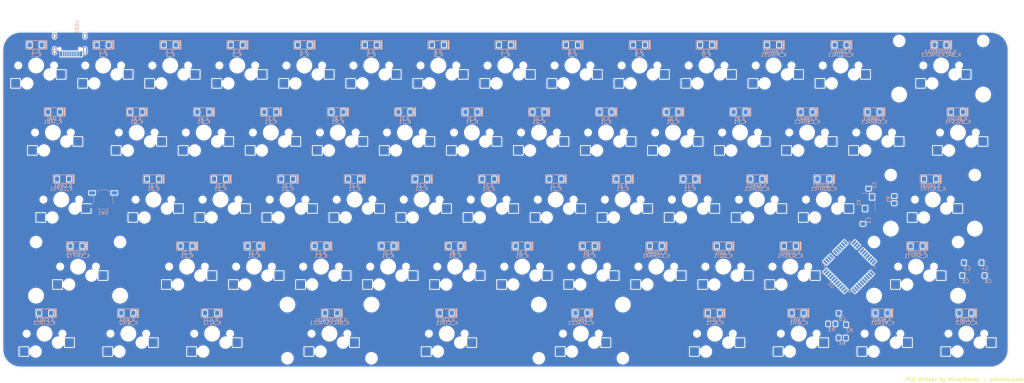
<source format=kicad_pcb>
(kicad_pcb (version 20171130) (host pcbnew "(5.1.6)-1")
  (layers (0 F.Cu signal) (31 B.Cu signal) (34 B.Paste user) (35 F.Paste user) (36 B.SilkS user) (37 F.SilkS user) (38 B.Mask user) (39 F.Mask user) (44 Edge.Cuts user))
  (net 0 "")
  (net 1 GND)
  (net 2 VCC)
  (net 3 /col0)
  (net 4 /col1)
  (net 5 /col2)
  (net 6 /col3)
  (net 7 /col4)
  (net 8 /col5)
  (net 9 /col6)
  (net 10 /col7)
  (net 11 /col8)
  (net 12 /col9)
  (net 13 /col10)
  (net 14 /col11)
  (net 15 /col12)
  (net 16 /col13)
  (net 17 /col14)
  (net 18 /row0)
  (net 19 /row1)
  (net 20 /row2)
  (net 21 /row3)
  (net 22 /row4)
  (net 23 "Net-(D_`-Pad2)")
  (net 24 "Net-(D_1-Pad2)")
  (net 25 "Net-(D_2-Pad2)")
  (net 26 "Net-(D_3-Pad2)")
  (net 27 "Net-(D_4-Pad2)")
  (net 28 "Net-(D_5-Pad2)")
  (net 29 "Net-(D_6-Pad2)")
  (net 30 "Net-(D_7-Pad2)")
  (net 31 "Net-(D_8-Pad2)")
  (net 32 "Net-(D_9-Pad2)")
  (net 33 "Net-(D_0-Pad2)")
  (net 34 "Net-(D_MINUS-Pad2)")
  (net 35 "Net-(D_EQUAL-Pad2)")
  (net 36 "Net-(D_BACKSPACE-Pad2)")
  (net 37 "Net-(D_TAB-Pad2)")
  (net 38 "Net-(D_Q-Pad2)")
  (net 39 "Net-(D_W-Pad2)")
  (net 40 "Net-(D_E-Pad2)")
  (net 41 "Net-(D_R-Pad2)")
  (net 42 "Net-(D_T-Pad2)")
  (net 43 "Net-(D_Y-Pad2)")
  (net 44 "Net-(D_U-Pad2)")
  (net 45 "Net-(D_I-Pad2)")
  (net 46 "Net-(D_O-Pad2)")
  (net 47 "Net-(D_P-Pad2)")
  (net 48 "Net-(D_CBRAC-Pad2)")
  (net 49 "Net-(D_OBRAC-Pad2)")
  (net 50 "Net-(D_BSLSH-Pad2)")
  (net 51 "Net-(D_CAPS-Pad2)")
  (net 52 "Net-(D_A-Pad2)")
  (net 53 "Net-(D_S-Pad2)")
  (net 54 "Net-(D_D-Pad2)")
  (net 55 "Net-(D_F-Pad2)")
  (net 56 "Net-(D_G-Pad2)")
  (net 57 "Net-(D_H-Pad2)")
  (net 58 "Net-(D_J-Pad2)")
  (net 59 "Net-(D_K-Pad2)")
  (net 60 "Net-(D_L-Pad2)")
  (net 61 "Net-(D_SEMIC-Pad2)")
  (net 62 "Net-(D_QUOTE-Pad2)")
  (net 63 "Net-(D_ENTER-Pad2)")
  (net 64 "Net-(D_SHIFT-Pad2)")
  (net 65 "Net-(D_Z-Pad2)")
  (net 66 "Net-(D_X-Pad2)")
  (net 67 "Net-(D_C-Pad2)")
  (net 68 "Net-(D_V-Pad2)")
  (net 69 "Net-(D_B-Pad2)")
  (net 70 "Net-(D_N-Pad2)")
  (net 71 "Net-(D_M-Pad2)")
  (net 72 "Net-(D_COMMA-Pad2)")
  (net 73 "Net-(D_DOT-Pad2)")
  (net 74 "Net-(D_SLASH-Pad2)")
  (net 75 "Net-(D_SHIFT1-Pad2)")
  (net 76 "Net-(D_CTRL-Pad2)")
  (net 77 "Net-(D_WIN-Pad2)")
  (net 78 "Net-(D_ALT-Pad2)")
  (net 79 "Net-(D_BACKSPACE1-Pad2)")
  (net 80 "Net-(D_CTRL1-Pad2)")
  (net 81 "Net-(D_SPACE-Pad2)")
  (net 82 "Net-(D_ALT1-Pad2)")
  (net 83 "Net-(D_WIN1-Pad2)")
  (net 84 "Net-(D_MENU-Pad2)")
  (net 85 "Net-(D_CTRL2-Pad2)")
  (net 86 "Net-(C1-Pad1)")
  (net 87 "Net-(C2-Pad1)")
  (net 88 "Net-(R1-Pad1)")
  (net 89 "Net-(R2-Pad1)")
  (net 90 "Net-(R3-Pad1)")
  (net 91 "Net-(R4-Pad1)")
  (net 92 "Net-(USB1-Pad2)")
  (net 93 "Net-(USB1-Pad3)")
  (net 94 "Net-(USB1-Pad4)")
  (net 95 "Net-(C3-Pad1)")
  (net 96 "Net-(U1-Pad1)")
  (net 97 "Net-(U1-Pad7)")
  (net 98 "Net-(U1-Pad31)")
  (net 99 "Net-(U1-Pad32)")
  (net 100 "Net-(U1-Pad34)")
  (net 101 "Net-(U1-Pad36)")
  (net 102 "Net-(U1-Pad37)")
  (net 103 "Net-(U1-Pad42)")
  (net 104 "Net-(U1-Pad43)")
  (net 105 "Net-(U1-Pad44)")
  (module keyboard_parts:D_SOD123W_hand (layer B.Cu) (at 153.2025 141.8625 180)
    (fp_text reference D_`1 (at 0 -1.925 180) (layer B.SilkS) (effects (font (size 0.8 0.8)) (justify mirror)))
    (fp_text value D hide)
    (pad 2 smd rect (at 1.7 0 180) (size 1.2 1.4) (layers B.Cu B.Paste B.Mask) (net 23 "Net-(D_`-Pad2)"))
    (pad 1 smd rect (at -1.7 0 180) (size 1.2 1.4) (layers B.Cu B.Paste B.Mask) (net 18 /row0))
  )
  (module keyboard_parts:D_SOD123W_hand (layer B.Cu) (at 172.2525 141.8625 180)
    (fp_text reference D_1 (at 0 -1.925 180) (layer B.SilkS) (effects (font (size 0.8 0.8)) (justify mirror)))
    (fp_text value D hide)
    (pad 2 smd rect (at 1.7 0 180) (size 1.2 1.4) (layers B.Cu B.Paste B.Mask) (net 24 "Net-(D_1-Pad2)"))
    (pad 1 smd rect (at -1.7 0 180) (size 1.2 1.4) (layers B.Cu B.Paste B.Mask) (net 18 /row0))
  )
  (module keyboard_parts:D_SOD123W_hand (layer B.Cu) (at 191.3025 141.8625 180)
    (fp_text reference D_2 (at 0 -1.925 180) (layer B.SilkS) (effects (font (size 0.8 0.8)) (justify mirror)))
    (fp_text value D hide)
    (pad 2 smd rect (at 1.7 0 180) (size 1.2 1.4) (layers B.Cu B.Paste B.Mask) (net 25 "Net-(D_2-Pad2)"))
    (pad 1 smd rect (at -1.7 0 180) (size 1.2 1.4) (layers B.Cu B.Paste B.Mask) (net 18 /row0))
  )
  (module keyboard_parts:D_SOD123W_hand (layer B.Cu) (at 210.3525 141.8625 180)
    (fp_text reference D_3 (at 0 -1.925 180) (layer B.SilkS) (effects (font (size 0.8 0.8)) (justify mirror)))
    (fp_text value D hide)
    (pad 2 smd rect (at 1.7 0 180) (size 1.2 1.4) (layers B.Cu B.Paste B.Mask) (net 26 "Net-(D_3-Pad2)"))
    (pad 1 smd rect (at -1.7 0 180) (size 1.2 1.4) (layers B.Cu B.Paste B.Mask) (net 18 /row0))
  )
  (module keyboard_parts:D_SOD123W_hand (layer B.Cu) (at 229.4025 141.8625 180)
    (fp_text reference D_4 (at 0 -1.925 180) (layer B.SilkS) (effects (font (size 0.8 0.8)) (justify mirror)))
    (fp_text value D hide)
    (pad 2 smd rect (at 1.7 0 180) (size 1.2 1.4) (layers B.Cu B.Paste B.Mask) (net 27 "Net-(D_4-Pad2)"))
    (pad 1 smd rect (at -1.7 0 180) (size 1.2 1.4) (layers B.Cu B.Paste B.Mask) (net 18 /row0))
  )
  (module keyboard_parts:D_SOD123W_hand (layer B.Cu) (at 248.4525 141.8625 180)
    (fp_text reference D_5 (at 0 -1.925 180) (layer B.SilkS) (effects (font (size 0.8 0.8)) (justify mirror)))
    (fp_text value D hide)
    (pad 2 smd rect (at 1.7 0 180) (size 1.2 1.4) (layers B.Cu B.Paste B.Mask) (net 28 "Net-(D_5-Pad2)"))
    (pad 1 smd rect (at -1.7 0 180) (size 1.2 1.4) (layers B.Cu B.Paste B.Mask) (net 18 /row0))
  )
  (module keyboard_parts:D_SOD123W_hand (layer B.Cu) (at 267.5025 141.8625 180)
    (fp_text reference D_6 (at 0 -1.925 180) (layer B.SilkS) (effects (font (size 0.8 0.8)) (justify mirror)))
    (fp_text value D hide)
    (pad 2 smd rect (at 1.7 0 180) (size 1.2 1.4) (layers B.Cu B.Paste B.Mask) (net 29 "Net-(D_6-Pad2)"))
    (pad 1 smd rect (at -1.7 0 180) (size 1.2 1.4) (layers B.Cu B.Paste B.Mask) (net 18 /row0))
  )
  (module keyboard_parts:D_SOD123W_hand (layer B.Cu) (at 286.5525 141.8625 180)
    (fp_text reference D_7 (at 0 -1.925 180) (layer B.SilkS) (effects (font (size 0.8 0.8)) (justify mirror)))
    (fp_text value D hide)
    (pad 2 smd rect (at 1.7 0 180) (size 1.2 1.4) (layers B.Cu B.Paste B.Mask) (net 30 "Net-(D_7-Pad2)"))
    (pad 1 smd rect (at -1.7 0 180) (size 1.2 1.4) (layers B.Cu B.Paste B.Mask) (net 18 /row0))
  )
  (module keyboard_parts:D_SOD123W_hand (layer B.Cu) (at 305.6025 141.8625 180)
    (fp_text reference D_8 (at 0 -1.925 180) (layer B.SilkS) (effects (font (size 0.8 0.8)) (justify mirror)))
    (fp_text value D hide)
    (pad 2 smd rect (at 1.7 0 180) (size 1.2 1.4) (layers B.Cu B.Paste B.Mask) (net 31 "Net-(D_8-Pad2)"))
    (pad 1 smd rect (at -1.7 0 180) (size 1.2 1.4) (layers B.Cu B.Paste B.Mask) (net 18 /row0))
  )
  (module keyboard_parts:D_SOD123W_hand (layer B.Cu) (at 324.6525 141.8625 180)
    (fp_text reference D_9 (at 0 -1.925 180) (layer B.SilkS) (effects (font (size 0.8 0.8)) (justify mirror)))
    (fp_text value D hide)
    (pad 2 smd rect (at 1.7 0 180) (size 1.2 1.4) (layers B.Cu B.Paste B.Mask) (net 32 "Net-(D_9-Pad2)"))
    (pad 1 smd rect (at -1.7 0 180) (size 1.2 1.4) (layers B.Cu B.Paste B.Mask) (net 18 /row0))
  )
  (module keyboard_parts:D_SOD123W_hand (layer B.Cu) (at 343.7025 141.8625 180)
    (fp_text reference D_0 (at 0 -1.925 180) (layer B.SilkS) (effects (font (size 0.8 0.8)) (justify mirror)))
    (fp_text value D hide)
    (pad 2 smd rect (at 1.7 0 180) (size 1.2 1.4) (layers B.Cu B.Paste B.Mask) (net 33 "Net-(D_0-Pad2)"))
    (pad 1 smd rect (at -1.7 0 180) (size 1.2 1.4) (layers B.Cu B.Paste B.Mask) (net 18 /row0))
  )
  (module keyboard_parts:D_SOD123W_hand (layer B.Cu) (at 362.7525 141.8625 180)
    (fp_text reference D_MINUS1 (at 0 -1.925 180) (layer B.SilkS) (effects (font (size 0.8 0.8)) (justify mirror)))
    (fp_text value D hide)
    (pad 2 smd rect (at 1.7 0 180) (size 1.2 1.4) (layers B.Cu B.Paste B.Mask) (net 34 "Net-(D_MINUS-Pad2)"))
    (pad 1 smd rect (at -1.7 0 180) (size 1.2 1.4) (layers B.Cu B.Paste B.Mask) (net 18 /row0))
  )
  (module keyboard_parts:D_SOD123W_hand (layer B.Cu) (at 381.95 141.8625 180)
    (fp_text reference D_EQUAL1 (at 0 -1.925 180) (layer B.SilkS) (effects (font (size 0.8 0.8)) (justify mirror)))
    (fp_text value D hide)
    (pad 2 smd rect (at 1.7 0 180) (size 1.2 1.4) (layers B.Cu B.Paste B.Mask) (net 35 "Net-(D_EQUAL-Pad2)"))
    (pad 1 smd rect (at -1.7 0 180) (size 1.2 1.4) (layers B.Cu B.Paste B.Mask) (net 18 /row0))
  )
  (module keyboard_parts:D_SOD123W_hand (layer B.Cu) (at 410.32 141.8625 180)
    (fp_text reference D_BACKSPACE2 (at 0 -1.925 180) (layer B.SilkS) (effects (font (size 0.8 0.8)) (justify mirror)))
    (fp_text value D hide)
    (pad 2 smd rect (at 1.7 0 180) (size 1.2 1.4) (layers B.Cu B.Paste B.Mask) (net 36 "Net-(D_BACKSPACE-Pad2)"))
    (pad 1 smd rect (at -1.7 0 180) (size 1.2 1.4) (layers B.Cu B.Paste B.Mask) (net 18 /row0))
  )
  (module keyboard_parts:D_SOD123W_hand (layer B.Cu) (at 158.43 160.9125 180)
    (fp_text reference D_TAB1 (at 0 -1.925 180) (layer B.SilkS) (effects (font (size 0.8 0.8)) (justify mirror)))
    (fp_text value D hide)
    (pad 2 smd rect (at 1.7 0 180) (size 1.2 1.4) (layers B.Cu B.Paste B.Mask) (net 37 "Net-(D_TAB-Pad2)"))
    (pad 1 smd rect (at -1.7 0 180) (size 1.2 1.4) (layers B.Cu B.Paste B.Mask) (net 19 /row1))
  )
  (module keyboard_parts:D_SOD123W_hand (layer B.Cu) (at 181.7775 160.9125 180)
    (fp_text reference D_Q1 (at 0 -1.925 180) (layer B.SilkS) (effects (font (size 0.8 0.8)) (justify mirror)))
    (fp_text value D hide)
    (pad 2 smd rect (at 1.7 0 180) (size 1.2 1.4) (layers B.Cu B.Paste B.Mask) (net 38 "Net-(D_Q-Pad2)"))
    (pad 1 smd rect (at -1.7 0 180) (size 1.2 1.4) (layers B.Cu B.Paste B.Mask) (net 19 /row1))
  )
  (module keyboard_parts:D_SOD123W_hand (layer B.Cu) (at 200.8275 160.9125 180)
    (fp_text reference D_W1 (at 0 -1.925 180) (layer B.SilkS) (effects (font (size 0.8 0.8)) (justify mirror)))
    (fp_text value D hide)
    (pad 2 smd rect (at 1.7 0 180) (size 1.2 1.4) (layers B.Cu B.Paste B.Mask) (net 39 "Net-(D_W-Pad2)"))
    (pad 1 smd rect (at -1.7 0 180) (size 1.2 1.4) (layers B.Cu B.Paste B.Mask) (net 19 /row1))
  )
  (module keyboard_parts:D_SOD123W_hand (layer B.Cu) (at 219.8775 160.9125 180)
    (fp_text reference D_E1 (at 0 -1.925 180) (layer B.SilkS) (effects (font (size 0.8 0.8)) (justify mirror)))
    (fp_text value D hide)
    (pad 2 smd rect (at 1.7 0 180) (size 1.2 1.4) (layers B.Cu B.Paste B.Mask) (net 40 "Net-(D_E-Pad2)"))
    (pad 1 smd rect (at -1.7 0 180) (size 1.2 1.4) (layers B.Cu B.Paste B.Mask) (net 19 /row1))
  )
  (module keyboard_parts:D_SOD123W_hand (layer B.Cu) (at 238.9275 160.9125 180)
    (fp_text reference D_R1 (at 0 -1.925 180) (layer B.SilkS) (effects (font (size 0.8 0.8)) (justify mirror)))
    (fp_text value D hide)
    (pad 2 smd rect (at 1.7 0 180) (size 1.2 1.4) (layers B.Cu B.Paste B.Mask) (net 41 "Net-(D_R-Pad2)"))
    (pad 1 smd rect (at -1.7 0 180) (size 1.2 1.4) (layers B.Cu B.Paste B.Mask) (net 19 /row1))
  )
  (module keyboard_parts:D_SOD123W_hand (layer B.Cu) (at 257.9775 160.9125 180)
    (fp_text reference D_T1 (at 0 -1.925 180) (layer B.SilkS) (effects (font (size 0.8 0.8)) (justify mirror)))
    (fp_text value D hide)
    (pad 2 smd rect (at 1.7 0 180) (size 1.2 1.4) (layers B.Cu B.Paste B.Mask) (net 42 "Net-(D_T-Pad2)"))
    (pad 1 smd rect (at -1.7 0 180) (size 1.2 1.4) (layers B.Cu B.Paste B.Mask) (net 19 /row1))
  )
  (module keyboard_parts:D_SOD123W_hand (layer B.Cu) (at 277.0275 160.9125 180)
    (fp_text reference D_Y1 (at 0 -1.925 180) (layer B.SilkS) (effects (font (size 0.8 0.8)) (justify mirror)))
    (fp_text value D hide)
    (pad 2 smd rect (at 1.7 0 180) (size 1.2 1.4) (layers B.Cu B.Paste B.Mask) (net 43 "Net-(D_Y-Pad2)"))
    (pad 1 smd rect (at -1.7 0 180) (size 1.2 1.4) (layers B.Cu B.Paste B.Mask) (net 19 /row1))
  )
  (module keyboard_parts:D_SOD123W_hand (layer B.Cu) (at 296.0775 160.9125 180)
    (fp_text reference D_U1 (at 0 -1.925 180) (layer B.SilkS) (effects (font (size 0.8 0.8)) (justify mirror)))
    (fp_text value D hide)
    (pad 2 smd rect (at 1.7 0 180) (size 1.2 1.4) (layers B.Cu B.Paste B.Mask) (net 44 "Net-(D_U-Pad2)"))
    (pad 1 smd rect (at -1.7 0 180) (size 1.2 1.4) (layers B.Cu B.Paste B.Mask) (net 19 /row1))
  )
  (module keyboard_parts:D_SOD123W_hand (layer B.Cu) (at 315.1275 160.9125 180)
    (fp_text reference D_I1 (at 0 -1.925 180) (layer B.SilkS) (effects (font (size 0.8 0.8)) (justify mirror)))
    (fp_text value D hide)
    (pad 2 smd rect (at 1.7 0 180) (size 1.2 1.4) (layers B.Cu B.Paste B.Mask) (net 45 "Net-(D_I-Pad2)"))
    (pad 1 smd rect (at -1.7 0 180) (size 1.2 1.4) (layers B.Cu B.Paste B.Mask) (net 19 /row1))
  )
  (module keyboard_parts:D_SOD123W_hand (layer B.Cu) (at 334.1775 160.9125 180)
    (fp_text reference D_O1 (at 0 -1.925 180) (layer B.SilkS) (effects (font (size 0.8 0.8)) (justify mirror)))
    (fp_text value D hide)
    (pad 2 smd rect (at 1.7 0 180) (size 1.2 1.4) (layers B.Cu B.Paste B.Mask) (net 46 "Net-(D_O-Pad2)"))
    (pad 1 smd rect (at -1.7 0 180) (size 1.2 1.4) (layers B.Cu B.Paste B.Mask) (net 19 /row1))
  )
  (module keyboard_parts:D_SOD123W_hand (layer B.Cu) (at 353.2275 160.9125 180)
    (fp_text reference D_P1 (at 0 -1.925 180) (layer B.SilkS) (effects (font (size 0.8 0.8)) (justify mirror)))
    (fp_text value D hide)
    (pad 2 smd rect (at 1.7 0 180) (size 1.2 1.4) (layers B.Cu B.Paste B.Mask) (net 47 "Net-(D_P-Pad2)"))
    (pad 1 smd rect (at -1.7 0 180) (size 1.2 1.4) (layers B.Cu B.Paste B.Mask) (net 19 /row1))
  )
  (module keyboard_parts:D_SOD123W_hand (layer B.Cu) (at 372.2775 160.9125 180)
    (fp_text reference D_CBRAC1 (at 0 -1.925 180) (layer B.SilkS) (effects (font (size 0.8 0.8)) (justify mirror)))
    (fp_text value D hide)
    (pad 2 smd rect (at 1.7 0 180) (size 1.2 1.4) (layers B.Cu B.Paste B.Mask) (net 48 "Net-(D_CBRAC-Pad2)"))
    (pad 1 smd rect (at -1.7 0 180) (size 1.2 1.4) (layers B.Cu B.Paste B.Mask) (net 19 /row1))
  )
  (module keyboard_parts:D_SOD123W_hand (layer B.Cu) (at 391.3275 160.9125 180)
    (fp_text reference D_OBRAC1 (at 0 -1.925 180) (layer B.SilkS) (effects (font (size 0.8 0.8)) (justify mirror)))
    (fp_text value D hide)
    (pad 2 smd rect (at 1.7 0 180) (size 1.2 1.4) (layers B.Cu B.Paste B.Mask) (net 49 "Net-(D_OBRAC-Pad2)"))
    (pad 1 smd rect (at -1.7 0 180) (size 1.2 1.4) (layers B.Cu B.Paste B.Mask) (net 19 /row1))
  )
  (module keyboard_parts:D_SOD123W_hand (layer B.Cu) (at 414.97 160.9125 180)
    (fp_text reference D_BSLSH1 (at 0 -1.925 180) (layer B.SilkS) (effects (font (size 0.8 0.8)) (justify mirror)))
    (fp_text value D hide)
    (pad 2 smd rect (at 1.7 0 180) (size 1.2 1.4) (layers B.Cu B.Paste B.Mask) (net 50 "Net-(D_BSLSH-Pad2)"))
    (pad 1 smd rect (at -1.7 0 180) (size 1.2 1.4) (layers B.Cu B.Paste B.Mask) (net 19 /row1))
  )
  (module keyboard_parts:D_SOD123W_hand (layer B.Cu) (at 160.97 179.9625 180)
    (fp_text reference D_CAPS1 (at 0 -1.925 180) (layer B.SilkS) (effects (font (size 0.8 0.8)) (justify mirror)))
    (fp_text value D hide)
    (pad 2 smd rect (at 1.7 0 180) (size 1.2 1.4) (layers B.Cu B.Paste B.Mask) (net 51 "Net-(D_CAPS-Pad2)"))
    (pad 1 smd rect (at -1.7 0 180) (size 1.2 1.4) (layers B.Cu B.Paste B.Mask) (net 20 /row2))
  )
  (module keyboard_parts:D_SOD123W_hand (layer B.Cu) (at 186.54 179.9625 180)
    (fp_text reference D_A1 (at 0 -1.925 180) (layer B.SilkS) (effects (font (size 0.8 0.8)) (justify mirror)))
    (fp_text value D hide)
    (pad 2 smd rect (at 1.7 0 180) (size 1.2 1.4) (layers B.Cu B.Paste B.Mask) (net 52 "Net-(D_A-Pad2)"))
    (pad 1 smd rect (at -1.7 0 180) (size 1.2 1.4) (layers B.Cu B.Paste B.Mask) (net 20 /row2))
  )
  (module keyboard_parts:D_SOD123W_hand (layer B.Cu) (at 205.59 179.9625 180)
    (fp_text reference D_S1 (at 0 -1.925 180) (layer B.SilkS) (effects (font (size 0.8 0.8)) (justify mirror)))
    (fp_text value D hide)
    (pad 2 smd rect (at 1.7 0 180) (size 1.2 1.4) (layers B.Cu B.Paste B.Mask) (net 53 "Net-(D_S-Pad2)"))
    (pad 1 smd rect (at -1.7 0 180) (size 1.2 1.4) (layers B.Cu B.Paste B.Mask) (net 20 /row2))
  )
  (module keyboard_parts:D_SOD123W_hand (layer B.Cu) (at 224.64 179.9625 180)
    (fp_text reference D_D1 (at 0 -1.925 180) (layer B.SilkS) (effects (font (size 0.8 0.8)) (justify mirror)))
    (fp_text value D hide)
    (pad 2 smd rect (at 1.7 0 180) (size 1.2 1.4) (layers B.Cu B.Paste B.Mask) (net 54 "Net-(D_D-Pad2)"))
    (pad 1 smd rect (at -1.7 0 180) (size 1.2 1.4) (layers B.Cu B.Paste B.Mask) (net 20 /row2))
  )
  (module keyboard_parts:D_SOD123W_hand (layer B.Cu) (at 243.69 179.9625 180)
    (fp_text reference D_F1 (at 0 -1.925 180) (layer B.SilkS) (effects (font (size 0.8 0.8)) (justify mirror)))
    (fp_text value D hide)
    (pad 2 smd rect (at 1.7 0 180) (size 1.2 1.4) (layers B.Cu B.Paste B.Mask) (net 55 "Net-(D_F-Pad2)"))
    (pad 1 smd rect (at -1.7 0 180) (size 1.2 1.4) (layers B.Cu B.Paste B.Mask) (net 20 /row2))
  )
  (module keyboard_parts:D_SOD123W_hand (layer B.Cu) (at 262.74 179.9625 180)
    (fp_text reference D_G1 (at 0 -1.925 180) (layer B.SilkS) (effects (font (size 0.8 0.8)) (justify mirror)))
    (fp_text value D hide)
    (pad 2 smd rect (at 1.7 0 180) (size 1.2 1.4) (layers B.Cu B.Paste B.Mask) (net 56 "Net-(D_G-Pad2)"))
    (pad 1 smd rect (at -1.7 0 180) (size 1.2 1.4) (layers B.Cu B.Paste B.Mask) (net 20 /row2))
  )
  (module keyboard_parts:D_SOD123W_hand (layer B.Cu) (at 281.79 179.9625 180)
    (fp_text reference D_H1 (at 0 -1.925 180) (layer B.SilkS) (effects (font (size 0.8 0.8)) (justify mirror)))
    (fp_text value D hide)
    (pad 2 smd rect (at 1.7 0 180) (size 1.2 1.4) (layers B.Cu B.Paste B.Mask) (net 57 "Net-(D_H-Pad2)"))
    (pad 1 smd rect (at -1.7 0 180) (size 1.2 1.4) (layers B.Cu B.Paste B.Mask) (net 20 /row2))
  )
  (module keyboard_parts:D_SOD123W_hand (layer B.Cu) (at 300.84 179.9625 180)
    (fp_text reference D_J1 (at 0 -1.925 180) (layer B.SilkS) (effects (font (size 0.8 0.8)) (justify mirror)))
    (fp_text value D hide)
    (pad 2 smd rect (at 1.7 0 180) (size 1.2 1.4) (layers B.Cu B.Paste B.Mask) (net 58 "Net-(D_J-Pad2)"))
    (pad 1 smd rect (at -1.7 0 180) (size 1.2 1.4) (layers B.Cu B.Paste B.Mask) (net 20 /row2))
  )
  (module keyboard_parts:D_SOD123W_hand (layer B.Cu) (at 319.89 179.9625 180)
    (fp_text reference D_K1 (at 0 -1.925 180) (layer B.SilkS) (effects (font (size 0.8 0.8)) (justify mirror)))
    (fp_text value D hide)
    (pad 2 smd rect (at 1.7 0 180) (size 1.2 1.4) (layers B.Cu B.Paste B.Mask) (net 59 "Net-(D_K-Pad2)"))
    (pad 1 smd rect (at -1.7 0 180) (size 1.2 1.4) (layers B.Cu B.Paste B.Mask) (net 20 /row2))
  )
  (module keyboard_parts:D_SOD123W_hand (layer B.Cu) (at 338.94 179.9625 180)
    (fp_text reference D_L1 (at 0 -1.925 180) (layer B.SilkS) (effects (font (size 0.8 0.8)) (justify mirror)))
    (fp_text value D hide)
    (pad 2 smd rect (at 1.7 0 180) (size 1.2 1.4) (layers B.Cu B.Paste B.Mask) (net 60 "Net-(D_L-Pad2)"))
    (pad 1 smd rect (at -1.7 0 180) (size 1.2 1.4) (layers B.Cu B.Paste B.Mask) (net 20 /row2))
  )
  (module keyboard_parts:D_SOD123W_hand (layer B.Cu) (at 357.99 179.9625 180)
    (fp_text reference D_SEMIC1 (at 0 -1.925 180) (layer B.SilkS) (effects (font (size 0.8 0.8)) (justify mirror)))
    (fp_text value D hide)
    (pad 2 smd rect (at 1.7 0 180) (size 1.2 1.4) (layers B.Cu B.Paste B.Mask) (net 61 "Net-(D_SEMIC-Pad2)"))
    (pad 1 smd rect (at -1.7 0 180) (size 1.2 1.4) (layers B.Cu B.Paste B.Mask) (net 20 /row2))
  )
  (module keyboard_parts:D_SOD123W_hand (layer B.Cu) (at 377.04 179.9625 180)
    (fp_text reference D_QUOTE1 (at 0 -1.925 180) (layer B.SilkS) (effects (font (size 0.8 0.8)) (justify mirror)))
    (fp_text value D hide)
    (pad 2 smd rect (at 1.7 0 180) (size 1.2 1.4) (layers B.Cu B.Paste B.Mask) (net 62 "Net-(D_QUOTE-Pad2)"))
    (pad 1 smd rect (at -1.7 0 180) (size 1.2 1.4) (layers B.Cu B.Paste B.Mask) (net 20 /row2))
  )
  (module keyboard_parts:D_SOD123W_hand (layer B.Cu) (at 407.35 179.9625 180)
    (fp_text reference D_ENTER1 (at 0 -1.925 180) (layer B.SilkS) (effects (font (size 0.8 0.8)) (justify mirror)))
    (fp_text value D hide)
    (pad 2 smd rect (at 1.7 0 180) (size 1.2 1.4) (layers B.Cu B.Paste B.Mask) (net 63 "Net-(D_ENTER-Pad2)"))
    (pad 1 smd rect (at -1.7 0 180) (size 1.2 1.4) (layers B.Cu B.Paste B.Mask) (net 20 /row2))
  )
  (module keyboard_parts:D_SOD123W_hand (layer B.Cu) (at 164.78 199.0125 180)
    (fp_text reference D_SHIFT2 (at 0 -1.925 180) (layer B.SilkS) (effects (font (size 0.8 0.8)) (justify mirror)))
    (fp_text value D hide)
    (pad 2 smd rect (at 1.7 0 180) (size 1.2 1.4) (layers B.Cu B.Paste B.Mask) (net 64 "Net-(D_SHIFT-Pad2)"))
    (pad 1 smd rect (at -1.7 0 180) (size 1.2 1.4) (layers B.Cu B.Paste B.Mask) (net 21 /row3))
  )
  (module keyboard_parts:D_SOD123W_hand (layer B.Cu) (at 196.065 199.0125 180)
    (fp_text reference D_Z1 (at 0 -1.925 180) (layer B.SilkS) (effects (font (size 0.8 0.8)) (justify mirror)))
    (fp_text value D hide)
    (pad 2 smd rect (at 1.7 0 180) (size 1.2 1.4) (layers B.Cu B.Paste B.Mask) (net 65 "Net-(D_Z-Pad2)"))
    (pad 1 smd rect (at -1.7 0 180) (size 1.2 1.4) (layers B.Cu B.Paste B.Mask) (net 21 /row3))
  )
  (module keyboard_parts:D_SOD123W_hand (layer B.Cu) (at 215.115 199.0125 180)
    (fp_text reference D_X1 (at 0 -1.925 180) (layer B.SilkS) (effects (font (size 0.8 0.8)) (justify mirror)))
    (fp_text value D hide)
    (pad 2 smd rect (at 1.7 0 180) (size 1.2 1.4) (layers B.Cu B.Paste B.Mask) (net 66 "Net-(D_X-Pad2)"))
    (pad 1 smd rect (at -1.7 0 180) (size 1.2 1.4) (layers B.Cu B.Paste B.Mask) (net 21 /row3))
  )
  (module keyboard_parts:D_SOD123W_hand (layer B.Cu) (at 234.165 199.0125 180)
    (fp_text reference D_C1 (at 0 -1.925 180) (layer B.SilkS) (effects (font (size 0.8 0.8)) (justify mirror)))
    (fp_text value D hide)
    (pad 2 smd rect (at 1.7 0 180) (size 1.2 1.4) (layers B.Cu B.Paste B.Mask) (net 67 "Net-(D_C-Pad2)"))
    (pad 1 smd rect (at -1.7 0 180) (size 1.2 1.4) (layers B.Cu B.Paste B.Mask) (net 21 /row3))
  )
  (module keyboard_parts:D_SOD123W_hand (layer B.Cu) (at 253.215 199.0125 180)
    (fp_text reference D_V1 (at 0 -1.925 180) (layer B.SilkS) (effects (font (size 0.8 0.8)) (justify mirror)))
    (fp_text value D hide)
    (pad 2 smd rect (at 1.7 0 180) (size 1.2 1.4) (layers B.Cu B.Paste B.Mask) (net 68 "Net-(D_V-Pad2)"))
    (pad 1 smd rect (at -1.7 0 180) (size 1.2 1.4) (layers B.Cu B.Paste B.Mask) (net 21 /row3))
  )
  (module keyboard_parts:D_SOD123W_hand (layer B.Cu) (at 272.265 199.0125 180)
    (fp_text reference D_B1 (at 0 -1.925 180) (layer B.SilkS) (effects (font (size 0.8 0.8)) (justify mirror)))
    (fp_text value D hide)
    (pad 2 smd rect (at 1.7 0 180) (size 1.2 1.4) (layers B.Cu B.Paste B.Mask) (net 69 "Net-(D_B-Pad2)"))
    (pad 1 smd rect (at -1.7 0 180) (size 1.2 1.4) (layers B.Cu B.Paste B.Mask) (net 21 /row3))
  )
  (module keyboard_parts:D_SOD123W_hand (layer B.Cu) (at 291.315 199.0125 180)
    (fp_text reference D_N1 (at 0 -1.925 180) (layer B.SilkS) (effects (font (size 0.8 0.8)) (justify mirror)))
    (fp_text value D hide)
    (pad 2 smd rect (at 1.7 0 180) (size 1.2 1.4) (layers B.Cu B.Paste B.Mask) (net 70 "Net-(D_N-Pad2)"))
    (pad 1 smd rect (at -1.7 0 180) (size 1.2 1.4) (layers B.Cu B.Paste B.Mask) (net 21 /row3))
  )
  (module keyboard_parts:D_SOD123W_hand (layer B.Cu) (at 310.365 199.0125 180)
    (fp_text reference D_M1 (at 0 -1.925 180) (layer B.SilkS) (effects (font (size 0.8 0.8)) (justify mirror)))
    (fp_text value D hide)
    (pad 2 smd rect (at 1.7 0 180) (size 1.2 1.4) (layers B.Cu B.Paste B.Mask) (net 71 "Net-(D_M-Pad2)"))
    (pad 1 smd rect (at -1.7 0 180) (size 1.2 1.4) (layers B.Cu B.Paste B.Mask) (net 21 /row3))
  )
  (module keyboard_parts:D_SOD123W_hand (layer B.Cu) (at 329.415 199.0125 180)
    (fp_text reference D_COMMA1 (at 0 -1.925 180) (layer B.SilkS) (effects (font (size 0.8 0.8)) (justify mirror)))
    (fp_text value D hide)
    (pad 2 smd rect (at 1.7 0 180) (size 1.2 1.4) (layers B.Cu B.Paste B.Mask) (net 72 "Net-(D_COMMA-Pad2)"))
    (pad 1 smd rect (at -1.7 0 180) (size 1.2 1.4) (layers B.Cu B.Paste B.Mask) (net 21 /row3))
  )
  (module keyboard_parts:D_SOD123W_hand (layer B.Cu) (at 348.465 199.0125 180)
    (fp_text reference D_DOT1 (at 0 -1.925 180) (layer B.SilkS) (effects (font (size 0.8 0.8)) (justify mirror)))
    (fp_text value D hide)
    (pad 2 smd rect (at 1.7 0 180) (size 1.2 1.4) (layers B.Cu B.Paste B.Mask) (net 73 "Net-(D_DOT-Pad2)"))
    (pad 1 smd rect (at -1.7 0 180) (size 1.2 1.4) (layers B.Cu B.Paste B.Mask) (net 21 /row3))
  )
  (module keyboard_parts:D_SOD123W_hand (layer B.Cu) (at 367.515 199.0125 180)
    (fp_text reference D_SLASH1 (at 0 -1.925 180) (layer B.SilkS) (effects (font (size 0.8 0.8)) (justify mirror)))
    (fp_text value D hide)
    (pad 2 smd rect (at 1.7 0 180) (size 1.2 1.4) (layers B.Cu B.Paste B.Mask) (net 74 "Net-(D_SLASH-Pad2)"))
    (pad 1 smd rect (at -1.7 0 180) (size 1.2 1.4) (layers B.Cu B.Paste B.Mask) (net 21 /row3))
  )
  (module keyboard_parts:D_SOD123W_hand (layer B.Cu) (at 403.54 199.0125 180)
    (fp_text reference D_SHIFT1 (at 0 -1.925 180) (layer B.SilkS) (effects (font (size 0.8 0.8)) (justify mirror)))
    (fp_text value D hide)
    (pad 2 smd rect (at 1.7 0 180) (size 1.2 1.4) (layers B.Cu B.Paste B.Mask) (net 75 "Net-(D_SHIFT1-Pad2)"))
    (pad 1 smd rect (at -1.7 0 180) (size 1.2 1.4) (layers B.Cu B.Paste B.Mask) (net 21 /row3))
  )
  (module keyboard_parts:D_SOD123W_hand (layer B.Cu) (at 155.89 218.0625 180)
    (fp_text reference D_CTRL3 (at 0 -1.925 180) (layer B.SilkS) (effects (font (size 0.8 0.8)) (justify mirror)))
    (fp_text value D hide)
    (pad 2 smd rect (at 1.7 0 180) (size 1.2 1.4) (layers B.Cu B.Paste B.Mask) (net 76 "Net-(D_CTRL-Pad2)"))
    (pad 1 smd rect (at -1.7 0 180) (size 1.2 1.4) (layers B.Cu B.Paste B.Mask) (net 22 /row4))
  )
  (module keyboard_parts:D_SOD123W_hand (layer B.Cu) (at 179.2375 218.0625 180)
    (fp_text reference D_WIN2 (at 0 -1.925 180) (layer B.SilkS) (effects (font (size 0.8 0.8)) (justify mirror)))
    (fp_text value D hide)
    (pad 2 smd rect (at 1.7 0 180) (size 1.2 1.4) (layers B.Cu B.Paste B.Mask) (net 77 "Net-(D_WIN-Pad2)"))
    (pad 1 smd rect (at -1.7 0 180) (size 1.2 1.4) (layers B.Cu B.Paste B.Mask) (net 22 /row4))
  )
  (module keyboard_parts:D_SOD123W_hand (layer B.Cu) (at 203.05 218.0625 180)
    (fp_text reference D_ALT2 (at 0 -1.925 180) (layer B.SilkS) (effects (font (size 0.8 0.8)) (justify mirror)))
    (fp_text value D hide)
    (pad 2 smd rect (at 1.7 0 180) (size 1.2 1.4) (layers B.Cu B.Paste B.Mask) (net 78 "Net-(D_ALT-Pad2)"))
    (pad 1 smd rect (at -1.7 0 180) (size 1.2 1.4) (layers B.Cu B.Paste B.Mask) (net 22 /row4))
  )
  (module keyboard_parts:D_SOD123W_hand (layer B.Cu) (at 237.17 218.0625 180)
    (fp_text reference D_BACKSPACE1 (at 0 -1.925 180) (layer B.SilkS) (effects (font (size 0.8 0.8)) (justify mirror)))
    (fp_text value D hide)
    (pad 2 smd rect (at 1.7 0 180) (size 1.2 1.4) (layers B.Cu B.Paste B.Mask) (net 79 "Net-(D_BACKSPACE1-Pad2)"))
    (pad 1 smd rect (at -1.7 0 180) (size 1.2 1.4) (layers B.Cu B.Paste B.Mask) (net 22 /row4))
  )
  (module keyboard_parts:D_SOD123W_hand (layer B.Cu) (at 269.725 218.0625 180)
    (fp_text reference D_CTRL1 (at 0 -1.925 180) (layer B.SilkS) (effects (font (size 0.8 0.8)) (justify mirror)))
    (fp_text value D hide)
    (pad 2 smd rect (at 1.7 0 180) (size 1.2 1.4) (layers B.Cu B.Paste B.Mask) (net 80 "Net-(D_CTRL1-Pad2)"))
    (pad 1 smd rect (at -1.7 0 180) (size 1.2 1.4) (layers B.Cu B.Paste B.Mask) (net 22 /row4))
  )
  (module keyboard_parts:D_SOD123W_hand (layer B.Cu) (at 308.29 218.0625 180)
    (fp_text reference D_SPACE1 (at 0 -1.925 180) (layer B.SilkS) (effects (font (size 0.8 0.8)) (justify mirror)))
    (fp_text value D hide)
    (pad 2 smd rect (at 1.7 0 180) (size 1.2 1.4) (layers B.Cu B.Paste B.Mask) (net 81 "Net-(D_SPACE-Pad2)"))
    (pad 1 smd rect (at -1.7 0 180) (size 1.2 1.4) (layers B.Cu B.Paste B.Mask) (net 22 /row4))
  )
  (module keyboard_parts:D_SOD123W_hand (layer B.Cu) (at 345.925 218.0625 180)
    (fp_text reference D_ALT1 (at 0 -1.925 180) (layer B.SilkS) (effects (font (size 0.8 0.8)) (justify mirror)))
    (fp_text value D hide)
    (pad 2 smd rect (at 1.7 0 180) (size 1.2 1.4) (layers B.Cu B.Paste B.Mask) (net 82 "Net-(D_ALT1-Pad2)"))
    (pad 1 smd rect (at -1.7 0 180) (size 1.2 1.4) (layers B.Cu B.Paste B.Mask) (net 22 /row4))
  )
  (module keyboard_parts:D_SOD123W_hand (layer B.Cu) (at 369.7375 218.0625 180)
    (fp_text reference D_WIN1 (at 0 -1.925 180) (layer B.SilkS) (effects (font (size 0.8 0.8)) (justify mirror)))
    (fp_text value D hide)
    (pad 2 smd rect (at 1.7 0 180) (size 1.2 1.4) (layers B.Cu B.Paste B.Mask) (net 83 "Net-(D_WIN1-Pad2)"))
    (pad 1 smd rect (at -1.7 0 180) (size 1.2 1.4) (layers B.Cu B.Paste B.Mask) (net 22 /row4))
  )
  (module keyboard_parts:D_SOD123W_hand (layer B.Cu) (at 393.55 218.0625 180)
    (fp_text reference D_MENU1 (at 0 -1.925 180) (layer B.SilkS) (effects (font (size 0.8 0.8)) (justify mirror)))
    (fp_text value D hide)
    (pad 2 smd rect (at 1.7 0 180) (size 1.2 1.4) (layers B.Cu B.Paste B.Mask) (net 84 "Net-(D_MENU-Pad2)"))
    (pad 1 smd rect (at -1.7 0 180) (size 1.2 1.4) (layers B.Cu B.Paste B.Mask) (net 22 /row4))
  )
  (module keyboard_parts:D_SOD123W_hand (layer B.Cu) (at 417.3625 218.0625 180)
    (fp_text reference D_CTRL2 (at 0 -1.925 180) (layer B.SilkS) (effects (font (size 0.8 0.8)) (justify mirror)))
    (fp_text value D hide)
    (pad 2 smd rect (at 1.7 0 180) (size 1.2 1.4) (layers B.Cu B.Paste B.Mask) (net 85 "Net-(D_CTRL2-Pad2)"))
    (pad 1 smd rect (at -1.7 0 180) (size 1.2 1.4) (layers B.Cu B.Paste B.Mask) (net 22 /row4))
  )
  (module MX_ALPS_Hybrid:MXOnly-2.25U-Hotswap-ReversedStabilizers (layer F.Cu) (at 165.24375 204.8625 180)
    (fp_text reference K_SHIFT2)
    (fp_text value KEYSW)
    (fp_text user %R (at 0 3.048) (layer B.SilkS) (effects (justify mirror)))
    (pad "" np_thru_hole circle (at -11.938 -8.255 180) (size 3.9878 3.9878) (drill 3.9878) (layers *.Cu *.Mask))
    (pad "" np_thru_hole circle (at 11.938 -8.255 180) (size 3.9878 3.9878) (drill 3.9878) (layers *.Cu *.Mask))
    (pad "" np_thru_hole circle (at -11.938 6.985 180) (size 3.048 3.048) (drill 3.048) (layers *.Cu *.Mask))
    (pad "" np_thru_hole circle (at 11.938 6.985 180) (size 3.048 3.048) (drill 3.048) (layers *.Cu *.Mask))
    (pad 2 smd rect (at 5.842 -5.08 180) (size 2.55 2.5) (layers B.Cu B.Paste B.Mask) (net 64 "Net-(D_SHIFT-Pad2)"))
    (pad 1 smd rect (at -7.085 -2.54 180) (size 2.55 2.5) (layers B.Cu B.Paste B.Mask) (net 3 /col0))
    (pad "" np_thru_hole circle (at 5.08 0 228.0996) (size 1.75 1.75) (drill 1.75) (layers *.Cu *.Mask))
    (pad "" np_thru_hole circle (at -5.08 0 228.0996) (size 1.75 1.75) (drill 1.75) (layers *.Cu *.Mask))
    (pad "" np_thru_hole circle (at -3.81 -2.54 180) (size 3 3) (drill 3) (layers *.Cu *.Mask))
    (pad "" np_thru_hole circle (at 0 0 180) (size 3.9878 3.9878) (drill 3.9878) (layers *.Cu *.Mask))
    (pad "" np_thru_hole circle (at 2.54 -5.08 180) (size 3 3) (drill 3) (layers *.Cu *.Mask))
  )
  (module MX_ALPS_Hybrid:MXOnly-2U-Hotswap-ReversedStabilizers (layer F.Cu) (at 410.5125 147.7125 180)
    (fp_text reference K_BACKSPACE2)
    (fp_text value KEYSW)
    (fp_text user %R (at 0 3.048) (layer B.SilkS) (effects (justify mirror)))
    (pad "" np_thru_hole circle (at -11.938 -8.255 180) (size 3.9878 3.9878) (drill 3.9878) (layers *.Cu *.Mask))
    (pad "" np_thru_hole circle (at 11.938 -8.255 180) (size 3.9878 3.9878) (drill 3.9878) (layers *.Cu *.Mask))
    (pad "" np_thru_hole circle (at -11.938 6.985 180) (size 3.048 3.048) (drill 3.048) (layers *.Cu *.Mask))
    (pad "" np_thru_hole circle (at 11.938 6.985 180) (size 3.048 3.048) (drill 3.048) (layers *.Cu *.Mask))
    (pad 2 smd rect (at 5.842 -5.08 180) (size 2.55 2.5) (layers B.Cu B.Paste B.Mask) (net 36 "Net-(D_BACKSPACE-Pad2)"))
    (pad 1 smd rect (at -7.085 -2.54 180) (size 2.55 2.5) (layers B.Cu B.Paste B.Mask) (net 16 /col13))
    (pad "" np_thru_hole circle (at 5.08 0 228.0996) (size 1.75 1.75) (drill 1.75) (layers *.Cu *.Mask))
    (pad "" np_thru_hole circle (at -5.08 0 228.0996) (size 1.75 1.75) (drill 1.75) (layers *.Cu *.Mask))
    (pad "" np_thru_hole circle (at -3.81 -2.54 180) (size 3 3) (drill 3) (layers *.Cu *.Mask))
    (pad "" np_thru_hole circle (at 0 0 180) (size 3.9878 3.9878) (drill 3.9878) (layers *.Cu *.Mask))
    (pad "" np_thru_hole circle (at 2.54 -5.08 180) (size 3 3) (drill 3) (layers *.Cu *.Mask))
  )
  (module MX_ALPS_Hybrid:MXOnly-2.25U-Hotswap-ReversedStabilizers (layer F.Cu) (at 408.13125 185.8125 180)
    (fp_text reference K_ENTER1)
    (fp_text value KEYSW)
    (fp_text user %R (at 0 3.048) (layer B.SilkS) (effects (justify mirror)))
    (pad "" np_thru_hole circle (at -11.938 -8.255 180) (size 3.9878 3.9878) (drill 3.9878) (layers *.Cu *.Mask))
    (pad "" np_thru_hole circle (at 11.938 -8.255 180) (size 3.9878 3.9878) (drill 3.9878) (layers *.Cu *.Mask))
    (pad "" np_thru_hole circle (at -11.938 6.985 180) (size 3.048 3.048) (drill 3.048) (layers *.Cu *.Mask))
    (pad "" np_thru_hole circle (at 11.938 6.985 180) (size 3.048 3.048) (drill 3.048) (layers *.Cu *.Mask))
    (pad 2 smd rect (at 5.842 -5.08 180) (size 2.55 2.5) (layers B.Cu B.Paste B.Mask) (net 63 "Net-(D_ENTER-Pad2)"))
    (pad 1 smd rect (at -7.085 -2.54 180) (size 2.55 2.5) (layers B.Cu B.Paste B.Mask) (net 15 /col12))
    (pad "" np_thru_hole circle (at 5.08 0 228.0996) (size 1.75 1.75) (drill 1.75) (layers *.Cu *.Mask))
    (pad "" np_thru_hole circle (at -5.08 0 228.0996) (size 1.75 1.75) (drill 1.75) (layers *.Cu *.Mask))
    (pad "" np_thru_hole circle (at -3.81 -2.54 180) (size 3 3) (drill 3) (layers *.Cu *.Mask))
    (pad "" np_thru_hole circle (at 0 0 180) (size 3.9878 3.9878) (drill 3.9878) (layers *.Cu *.Mask))
    (pad "" np_thru_hole circle (at 2.54 -5.08 180) (size 3 3) (drill 3) (layers *.Cu *.Mask))
  )
  (module MX_ALPS_Hybrid:MXOnly-2.75U-Hotswap-ReversedStabilizers (layer F.Cu) (at 403.36875 204.8625 180)
    (fp_text reference K_SHIFT1)
    (fp_text value KEYSW)
    (fp_text user %R (at 0 3.048) (layer B.SilkS) (effects (justify mirror)))
    (pad "" np_thru_hole circle (at -11.938 -8.255 180) (size 3.9878 3.9878) (drill 3.9878) (layers *.Cu *.Mask))
    (pad "" np_thru_hole circle (at 11.938 -8.255 180) (size 3.9878 3.9878) (drill 3.9878) (layers *.Cu *.Mask))
    (pad "" np_thru_hole circle (at -11.938 6.985 180) (size 3.048 3.048) (drill 3.048) (layers *.Cu *.Mask))
    (pad "" np_thru_hole circle (at 11.938 6.985 180) (size 3.048 3.048) (drill 3.048) (layers *.Cu *.Mask))
    (pad 2 smd rect (at 5.842 -5.08 180) (size 2.55 2.5) (layers B.Cu B.Paste B.Mask) (net 75 "Net-(D_SHIFT1-Pad2)"))
    (pad 1 smd rect (at -7.085 -2.54 180) (size 2.55 2.5) (layers B.Cu B.Paste B.Mask) (net 14 /col11))
    (pad "" np_thru_hole circle (at 5.08 0 228.0996) (size 1.75 1.75) (drill 1.75) (layers *.Cu *.Mask))
    (pad "" np_thru_hole circle (at -5.08 0 228.0996) (size 1.75 1.75) (drill 1.75) (layers *.Cu *.Mask))
    (pad "" np_thru_hole circle (at -3.81 -2.54 180) (size 3 3) (drill 3) (layers *.Cu *.Mask))
    (pad "" np_thru_hole circle (at 0 0 180) (size 3.9878 3.9878) (drill 3.9878) (layers *.Cu *.Mask))
    (pad "" np_thru_hole circle (at 2.54 -5.08 180) (size 3 3) (drill 3) (layers *.Cu *.Mask))
  )
  (module MX_ALPS_Hybrid:MXOnly-2.25U-Hotswap (layer F.Cu) (at 236.68125 223.9125 180)
    (fp_text reference K_BACKSPACE1)
    (fp_text value KEYSW)
    (fp_text user %R (at 0 3.048) (layer B.SilkS) (effects (justify mirror)))
    (pad "" np_thru_hole circle (at -11.938 8.255 180) (size 3.9878 3.9878) (drill 3.9878) (layers *.Cu *.Mask))
    (pad "" np_thru_hole circle (at 11.938 8.255 180) (size 3.9878 3.9878) (drill 3.9878) (layers *.Cu *.Mask))
    (pad "" np_thru_hole circle (at -11.938 -6.985 180) (size 3.048 3.048) (drill 3.048) (layers *.Cu *.Mask))
    (pad "" np_thru_hole circle (at 11.938 -6.985 180) (size 3.048 3.048) (drill 3.048) (layers *.Cu *.Mask))
    (pad 2 smd rect (at 5.842 -5.08 180) (size 2.55 2.5) (layers B.Cu B.Paste B.Mask) (net 79 "Net-(D_BACKSPACE1-Pad2)"))
    (pad 1 smd rect (at -7.085 -2.54 180) (size 2.55 2.5) (layers B.Cu B.Paste B.Mask) (net 6 /col3))
    (pad "" np_thru_hole circle (at 5.08 0 228.0996) (size 1.75 1.75) (drill 1.75) (layers *.Cu *.Mask))
    (pad "" np_thru_hole circle (at -5.08 0 228.0996) (size 1.75 1.75) (drill 1.75) (layers *.Cu *.Mask))
    (pad "" np_thru_hole circle (at -3.81 -2.54 180) (size 3 3) (drill 3) (layers *.Cu *.Mask))
    (pad "" np_thru_hole circle (at 0 0 180) (size 3.9878 3.9878) (drill 3.9878) (layers *.Cu *.Mask))
    (pad "" np_thru_hole circle (at 2.54 -5.08 180) (size 3 3) (drill 3) (layers *.Cu *.Mask))
  )
  (module MX_ALPS_Hybrid:MXOnly-2.75U-Hotswap (layer F.Cu) (at 308.11875 223.9125 180)
    (fp_text reference K_SPACE1)
    (fp_text value KEYSW)
    (fp_text user %R (at 0 3.048) (layer B.SilkS) (effects (justify mirror)))
    (pad "" np_thru_hole circle (at 2.54 -5.08 180) (size 3 3) (drill 3) (layers *.Cu *.Mask))
    (pad "" np_thru_hole circle (at 0 0 180) (size 3.9878 3.9878) (drill 3.9878) (layers *.Cu *.Mask))
    (pad "" np_thru_hole circle (at -3.81 -2.54 180) (size 3 3) (drill 3) (layers *.Cu *.Mask))
    (pad "" np_thru_hole circle (at -5.08 0 228.0996) (size 1.75 1.75) (drill 1.75) (layers *.Cu *.Mask))
    (pad "" np_thru_hole circle (at 5.08 0 228.0996) (size 1.75 1.75) (drill 1.75) (layers *.Cu *.Mask))
    (pad 1 smd rect (at -7.085 -2.54 180) (size 2.55 2.5) (layers B.Cu B.Paste B.Mask) (net 10 /col7))
    (pad 2 smd rect (at 5.842 -5.08 180) (size 2.55 2.5) (layers B.Cu B.Paste B.Mask) (net 81 "Net-(D_SPACE-Pad2)"))
    (pad "" np_thru_hole circle (at 11.938 -6.985 180) (size 3.048 3.048) (drill 3.048) (layers *.Cu *.Mask))
    (pad "" np_thru_hole circle (at -11.938 -6.985 180) (size 3.048 3.048) (drill 3.048) (layers *.Cu *.Mask))
    (pad "" np_thru_hole circle (at 11.938 8.255 180) (size 3.9878 3.9878) (drill 3.9878) (layers *.Cu *.Mask))
    (pad "" np_thru_hole circle (at -11.938 8.255 180) (size 3.9878 3.9878) (drill 3.9878) (layers *.Cu *.Mask))
  )
  (module MX_ALPS_Hybrid:MXOnly-1.25U-Hotswap (layer F.Cu) (at 417.65625 223.9125 180)
    (fp_text reference K_CTRL2)
    (fp_text value KEYSW)
    (fp_text user %R (at 0 3.048) (layer B.SilkS) (effects (justify mirror)))
    (pad 2 smd rect (at 5.842 -5.08 180) (size 2.55 2.5) (layers B.Cu B.Paste B.Mask) (net 85 "Net-(D_CTRL2-Pad2)"))
    (pad 1 smd rect (at -7.085 -2.54 180) (size 2.55 2.5) (layers B.Cu B.Paste B.Mask) (net 16 /col13))
    (pad "" np_thru_hole circle (at 5.08 0 228.0996) (size 1.75 1.75) (drill 1.75) (layers *.Cu *.Mask))
    (pad "" np_thru_hole circle (at -5.08 0 228.0996) (size 1.75 1.75) (drill 1.75) (layers *.Cu *.Mask))
    (pad "" np_thru_hole circle (at -3.81 -2.54 180) (size 3 3) (drill 3) (layers *.Cu *.Mask))
    (pad "" np_thru_hole circle (at 0 0 180) (size 3.9878 3.9878) (drill 3.9878) (layers *.Cu *.Mask))
    (pad "" np_thru_hole circle (at 2.54 -5.08 180) (size 3 3) (drill 3) (layers *.Cu *.Mask))
  )
  (module usb-c:HRO-TYPE-C-31-M-12 (layer B.Cu) (at 162.87754 136.7218)
    (fp_text reference USB1 (at 2.032 0 270) (layer B.SilkS) (effects (justify mirror)))
    (fp_text value Molex-0548190589)
    (pad 12 smd rect (at 3.225 7.695) (size 0.6 1.45) (layers B.Cu B.Paste B.Mask))
    (pad 1 smd rect (at -3.225 7.695) (size 0.6 1.45) (layers B.Cu B.Paste B.Mask) (net 1 GND))
    (pad 11 smd rect (at 2.45 7.695) (size 0.6 1.45) (layers B.Cu B.Paste B.Mask))
    (pad 2 smd rect (at -2.45 7.695) (size 0.6 1.45) (layers B.Cu B.Paste B.Mask) (net 92 "Net-(USB1-Pad2)"))
    (pad 3 smd rect (at -1.75 7.695) (size 0.3 1.45) (layers B.Cu B.Paste B.Mask) (net 93 "Net-(USB1-Pad3)"))
    (pad 10 smd rect (at 1.75 7.695) (size 0.3 1.45) (layers B.Cu B.Paste B.Mask))
    (pad 4 smd rect (at -1.25 7.695) (size 0.3 1.45) (layers B.Cu B.Paste B.Mask) (net 94 "Net-(USB1-Pad4)"))
    (pad 9 smd rect (at 1.25 7.695) (size 0.3 1.45) (layers B.Cu B.Paste B.Mask))
    (pad 5 smd rect (at -0.75 7.695) (size 0.3 1.45) (layers B.Cu B.Paste B.Mask) (net 2 VCC))
    (pad 8 smd rect (at 0.75 7.695) (size 0.3 1.45) (layers B.Cu B.Paste B.Mask))
    (pad 7 smd rect (at 0.25 7.695) (size 0.3 1.45) (layers B.Cu B.Paste B.Mask))
    (pad 6 smd rect (at -0.25 7.695) (size 0.3 1.45) (layers B.Cu B.Paste B.Mask))
    (pad "" np_thru_hole circle (at 2.89 6.25) (size 0.65 0.65) (drill 0.65) (layers *.Cu *.Mask))
    (pad "" np_thru_hole circle (at -2.89 6.25) (size 0.65 0.65) (drill 0.65) (layers *.Cu *.Mask))
    (pad 13 thru_hole oval (at -4.32 6.78) (size 1 2.1) (drill oval 0.6 1.7) (layers *.Cu F.Mask))
    (pad 13 thru_hole oval (at 4.32 6.78) (size 1 2.1) (drill oval 0.6 1.7) (layers *.Cu F.Mask))
    (pad 13 thru_hole oval (at -4.32 2.6) (size 1 1.6) (drill oval 0.6 1.2) (layers *.Cu F.Mask))
    (pad 13 thru_hole oval (at 4.32 2.6) (size 1 1.6) (drill oval 0.6 1.2) (layers *.Cu F.Mask))
  )
  (module MX_ALPS_Hybrid:MXOnly-1.75U-Hotswap (layer F.Cu) (at 160.48125 185.8125 180)
    (fp_text reference K_CAPS1)
    (fp_text value KEYSW)
    (fp_text user %R (at 0 3.048) (layer B.SilkS) (effects (justify mirror)))
    (pad 2 smd rect (at 5.842 -5.08 180) (size 2.55 2.5) (layers B.Cu B.Paste B.Mask) (net 51 "Net-(D_CAPS-Pad2)"))
    (pad 1 smd rect (at -7.085 -2.54 180) (size 2.55 2.5) (layers B.Cu B.Paste B.Mask) (net 3 /col0))
    (pad "" np_thru_hole circle (at 5.08 0 228.0996) (size 1.75 1.75) (drill 1.75) (layers *.Cu *.Mask))
    (pad "" np_thru_hole circle (at -5.08 0 228.0996) (size 1.75 1.75) (drill 1.75) (layers *.Cu *.Mask))
    (pad "" np_thru_hole circle (at -3.81 -2.54 180) (size 3 3) (drill 3) (layers *.Cu *.Mask))
    (pad "" np_thru_hole circle (at 0 0 180) (size 3.9878 3.9878) (drill 3.9878) (layers *.Cu *.Mask))
    (pad "" np_thru_hole circle (at 2.54 -5.08 180) (size 3 3) (drill 3) (layers *.Cu *.Mask))
  )
  (module MX_ALPS_Hybrid:MXOnly-1.5U-Hotswap (layer F.Cu) (at 158.1 166.7625 180)
    (fp_text reference K_TAB1)
    (fp_text value KEYSW)
    (fp_text user %R (at 0 3.048) (layer B.SilkS) (effects (justify mirror)))
    (pad 2 smd rect (at 5.842 -5.08 180) (size 2.55 2.5) (layers B.Cu B.Paste B.Mask) (net 37 "Net-(D_TAB-Pad2)"))
    (pad 1 smd rect (at -7.085 -2.54 180) (size 2.55 2.5) (layers B.Cu B.Paste B.Mask) (net 3 /col0))
    (pad "" np_thru_hole circle (at 5.08 0 228.0996) (size 1.75 1.75) (drill 1.75) (layers *.Cu *.Mask))
    (pad "" np_thru_hole circle (at -5.08 0 228.0996) (size 1.75 1.75) (drill 1.75) (layers *.Cu *.Mask))
    (pad "" np_thru_hole circle (at -3.81 -2.54 180) (size 3 3) (drill 3) (layers *.Cu *.Mask))
    (pad "" np_thru_hole circle (at 0 0 180) (size 3.9878 3.9878) (drill 3.9878) (layers *.Cu *.Mask))
    (pad "" np_thru_hole circle (at 2.54 -5.08 180) (size 3 3) (drill 3) (layers *.Cu *.Mask))
  )
  (module MX_ALPS_Hybrid:MXOnly-1.5U-Hotswap (layer F.Cu) (at 415.275 166.7625 180)
    (fp_text reference K_BSLSH1)
    (fp_text value KEYSW)
    (fp_text user %R (at 0 3.048) (layer B.SilkS) (effects (justify mirror)))
    (pad 2 smd rect (at 5.842 -5.08 180) (size 2.55 2.5) (layers B.Cu B.Paste B.Mask) (net 50 "Net-(D_BSLSH-Pad2)"))
    (pad 1 smd rect (at -7.085 -2.54 180) (size 2.55 2.5) (layers B.Cu B.Paste B.Mask) (net 16 /col13))
    (pad "" np_thru_hole circle (at 5.08 0 228.0996) (size 1.75 1.75) (drill 1.75) (layers *.Cu *.Mask))
    (pad "" np_thru_hole circle (at -5.08 0 228.0996) (size 1.75 1.75) (drill 1.75) (layers *.Cu *.Mask))
    (pad "" np_thru_hole circle (at -3.81 -2.54 180) (size 3 3) (drill 3) (layers *.Cu *.Mask))
    (pad "" np_thru_hole circle (at 0 0 180) (size 3.9878 3.9878) (drill 3.9878) (layers *.Cu *.Mask))
    (pad "" np_thru_hole circle (at 2.54 -5.08 180) (size 3 3) (drill 3) (layers *.Cu *.Mask))
  )
  (module MX_ALPS_Hybrid:MXOnly-1U-Hotswap (layer F.Cu) (at 153.3375 147.7125 180)
    (fp_text reference K_`1)
    (fp_text value KEYSW)
    (fp_text user %R (at 0 3.048) (layer B.SilkS) (effects (justify mirror)))
    (pad 2 smd rect (at 5.842 -5.08 180) (size 2.55 2.5) (layers B.Cu B.Paste B.Mask) (net 23 "Net-(D_`-Pad2)"))
    (pad 1 smd rect (at -7.085 -2.54 180) (size 2.55 2.5) (layers B.Cu B.Paste B.Mask) (net 3 /col0))
    (pad "" np_thru_hole circle (at 5.08 0 228.0996) (size 1.75 1.75) (drill 1.75) (layers *.Cu *.Mask))
    (pad "" np_thru_hole circle (at -5.08 0 228.0996) (size 1.75 1.75) (drill 1.75) (layers *.Cu *.Mask))
    (pad "" np_thru_hole circle (at -3.81 -2.54 180) (size 3 3) (drill 3) (layers *.Cu *.Mask))
    (pad "" np_thru_hole circle (at 0 0 180) (size 3.9878 3.9878) (drill 3.9878) (layers *.Cu *.Mask))
    (pad "" np_thru_hole circle (at 2.54 -5.08 180) (size 3 3) (drill 3) (layers *.Cu *.Mask))
  )
  (module MX_ALPS_Hybrid:MXOnly-1U-Hotswap (layer F.Cu) (at 172.3875 147.7125 180)
    (fp_text reference K_1)
    (fp_text value KEYSW)
    (fp_text user %R (at 0 3.048) (layer B.SilkS) (effects (justify mirror)))
    (pad 2 smd rect (at 5.842 -5.08 180) (size 2.55 2.5) (layers B.Cu B.Paste B.Mask) (net 24 "Net-(D_1-Pad2)"))
    (pad 1 smd rect (at -7.085 -2.54 180) (size 2.55 2.5) (layers B.Cu B.Paste B.Mask) (net 4 /col1))
    (pad "" np_thru_hole circle (at 5.08 0 228.0996) (size 1.75 1.75) (drill 1.75) (layers *.Cu *.Mask))
    (pad "" np_thru_hole circle (at -5.08 0 228.0996) (size 1.75 1.75) (drill 1.75) (layers *.Cu *.Mask))
    (pad "" np_thru_hole circle (at -3.81 -2.54 180) (size 3 3) (drill 3) (layers *.Cu *.Mask))
    (pad "" np_thru_hole circle (at 0 0 180) (size 3.9878 3.9878) (drill 3.9878) (layers *.Cu *.Mask))
    (pad "" np_thru_hole circle (at 2.54 -5.08 180) (size 3 3) (drill 3) (layers *.Cu *.Mask))
  )
  (module MX_ALPS_Hybrid:MXOnly-1U-Hotswap (layer F.Cu) (at 191.4375 147.7125 180)
    (fp_text reference K_2)
    (fp_text value KEYSW)
    (fp_text user %R (at 0 3.048) (layer B.SilkS) (effects (justify mirror)))
    (pad 2 smd rect (at 5.842 -5.08 180) (size 2.55 2.5) (layers B.Cu B.Paste B.Mask) (net 25 "Net-(D_2-Pad2)"))
    (pad 1 smd rect (at -7.085 -2.54 180) (size 2.55 2.5) (layers B.Cu B.Paste B.Mask) (net 5 /col2))
    (pad "" np_thru_hole circle (at 5.08 0 228.0996) (size 1.75 1.75) (drill 1.75) (layers *.Cu *.Mask))
    (pad "" np_thru_hole circle (at -5.08 0 228.0996) (size 1.75 1.75) (drill 1.75) (layers *.Cu *.Mask))
    (pad "" np_thru_hole circle (at -3.81 -2.54 180) (size 3 3) (drill 3) (layers *.Cu *.Mask))
    (pad "" np_thru_hole circle (at 0 0 180) (size 3.9878 3.9878) (drill 3.9878) (layers *.Cu *.Mask))
    (pad "" np_thru_hole circle (at 2.54 -5.08 180) (size 3 3) (drill 3) (layers *.Cu *.Mask))
  )
  (module MX_ALPS_Hybrid:MXOnly-1U-Hotswap (layer F.Cu) (at 210.4875 147.7125 180)
    (fp_text reference K_3)
    (fp_text value KEYSW)
    (fp_text user %R (at 0 3.048) (layer B.SilkS) (effects (justify mirror)))
    (pad 2 smd rect (at 5.842 -5.08 180) (size 2.55 2.5) (layers B.Cu B.Paste B.Mask) (net 26 "Net-(D_3-Pad2)"))
    (pad 1 smd rect (at -7.085 -2.54 180) (size 2.55 2.5) (layers B.Cu B.Paste B.Mask) (net 6 /col3))
    (pad "" np_thru_hole circle (at 5.08 0 228.0996) (size 1.75 1.75) (drill 1.75) (layers *.Cu *.Mask))
    (pad "" np_thru_hole circle (at -5.08 0 228.0996) (size 1.75 1.75) (drill 1.75) (layers *.Cu *.Mask))
    (pad "" np_thru_hole circle (at -3.81 -2.54 180) (size 3 3) (drill 3) (layers *.Cu *.Mask))
    (pad "" np_thru_hole circle (at 0 0 180) (size 3.9878 3.9878) (drill 3.9878) (layers *.Cu *.Mask))
    (pad "" np_thru_hole circle (at 2.54 -5.08 180) (size 3 3) (drill 3) (layers *.Cu *.Mask))
  )
  (module MX_ALPS_Hybrid:MXOnly-1U-Hotswap (layer F.Cu) (at 229.5375 147.7125 180)
    (fp_text reference K_4)
    (fp_text value KEYSW)
    (fp_text user %R (at 0 3.048) (layer B.SilkS) (effects (justify mirror)))
    (pad 2 smd rect (at 5.842 -5.08 180) (size 2.55 2.5) (layers B.Cu B.Paste B.Mask) (net 27 "Net-(D_4-Pad2)"))
    (pad 1 smd rect (at -7.085 -2.54 180) (size 2.55 2.5) (layers B.Cu B.Paste B.Mask) (net 7 /col4))
    (pad "" np_thru_hole circle (at 5.08 0 228.0996) (size 1.75 1.75) (drill 1.75) (layers *.Cu *.Mask))
    (pad "" np_thru_hole circle (at -5.08 0 228.0996) (size 1.75 1.75) (drill 1.75) (layers *.Cu *.Mask))
    (pad "" np_thru_hole circle (at -3.81 -2.54 180) (size 3 3) (drill 3) (layers *.Cu *.Mask))
    (pad "" np_thru_hole circle (at 0 0 180) (size 3.9878 3.9878) (drill 3.9878) (layers *.Cu *.Mask))
    (pad "" np_thru_hole circle (at 2.54 -5.08 180) (size 3 3) (drill 3) (layers *.Cu *.Mask))
  )
  (module MX_ALPS_Hybrid:MXOnly-1U-Hotswap (layer F.Cu) (at 248.5875 147.7125 180)
    (fp_text reference K_5)
    (fp_text value KEYSW)
    (fp_text user %R (at 0 3.048) (layer B.SilkS) (effects (justify mirror)))
    (pad 2 smd rect (at 5.842 -5.08 180) (size 2.55 2.5) (layers B.Cu B.Paste B.Mask) (net 28 "Net-(D_5-Pad2)"))
    (pad 1 smd rect (at -7.085 -2.54 180) (size 2.55 2.5) (layers B.Cu B.Paste B.Mask) (net 8 /col5))
    (pad "" np_thru_hole circle (at 5.08 0 228.0996) (size 1.75 1.75) (drill 1.75) (layers *.Cu *.Mask))
    (pad "" np_thru_hole circle (at -5.08 0 228.0996) (size 1.75 1.75) (drill 1.75) (layers *.Cu *.Mask))
    (pad "" np_thru_hole circle (at -3.81 -2.54 180) (size 3 3) (drill 3) (layers *.Cu *.Mask))
    (pad "" np_thru_hole circle (at 0 0 180) (size 3.9878 3.9878) (drill 3.9878) (layers *.Cu *.Mask))
    (pad "" np_thru_hole circle (at 2.54 -5.08 180) (size 3 3) (drill 3) (layers *.Cu *.Mask))
  )
  (module MX_ALPS_Hybrid:MXOnly-1U-Hotswap (layer F.Cu) (at 267.6375 147.7125 180)
    (fp_text reference K_6)
    (fp_text value KEYSW)
    (fp_text user %R (at 0 3.048) (layer B.SilkS) (effects (justify mirror)))
    (pad 2 smd rect (at 5.842 -5.08 180) (size 2.55 2.5) (layers B.Cu B.Paste B.Mask) (net 29 "Net-(D_6-Pad2)"))
    (pad 1 smd rect (at -7.085 -2.54 180) (size 2.55 2.5) (layers B.Cu B.Paste B.Mask) (net 9 /col6))
    (pad "" np_thru_hole circle (at 5.08 0 228.0996) (size 1.75 1.75) (drill 1.75) (layers *.Cu *.Mask))
    (pad "" np_thru_hole circle (at -5.08 0 228.0996) (size 1.75 1.75) (drill 1.75) (layers *.Cu *.Mask))
    (pad "" np_thru_hole circle (at -3.81 -2.54 180) (size 3 3) (drill 3) (layers *.Cu *.Mask))
    (pad "" np_thru_hole circle (at 0 0 180) (size 3.9878 3.9878) (drill 3.9878) (layers *.Cu *.Mask))
    (pad "" np_thru_hole circle (at 2.54 -5.08 180) (size 3 3) (drill 3) (layers *.Cu *.Mask))
  )
  (module MX_ALPS_Hybrid:MXOnly-1U-Hotswap (layer F.Cu) (at 286.6875 147.7125 180)
    (fp_text reference K_7)
    (fp_text value KEYSW)
    (fp_text user %R (at 0 3.048) (layer B.SilkS) (effects (justify mirror)))
    (pad 2 smd rect (at 5.842 -5.08 180) (size 2.55 2.5) (layers B.Cu B.Paste B.Mask) (net 30 "Net-(D_7-Pad2)"))
    (pad 1 smd rect (at -7.085 -2.54 180) (size 2.55 2.5) (layers B.Cu B.Paste B.Mask) (net 10 /col7))
    (pad "" np_thru_hole circle (at 5.08 0 228.0996) (size 1.75 1.75) (drill 1.75) (layers *.Cu *.Mask))
    (pad "" np_thru_hole circle (at -5.08 0 228.0996) (size 1.75 1.75) (drill 1.75) (layers *.Cu *.Mask))
    (pad "" np_thru_hole circle (at -3.81 -2.54 180) (size 3 3) (drill 3) (layers *.Cu *.Mask))
    (pad "" np_thru_hole circle (at 0 0 180) (size 3.9878 3.9878) (drill 3.9878) (layers *.Cu *.Mask))
    (pad "" np_thru_hole circle (at 2.54 -5.08 180) (size 3 3) (drill 3) (layers *.Cu *.Mask))
  )
  (module MX_ALPS_Hybrid:MXOnly-1U-Hotswap (layer F.Cu) (at 305.7375 147.7125 180)
    (fp_text reference K_8)
    (fp_text value KEYSW)
    (fp_text user %R (at 0 3.048) (layer B.SilkS) (effects (justify mirror)))
    (pad 2 smd rect (at 5.842 -5.08 180) (size 2.55 2.5) (layers B.Cu B.Paste B.Mask) (net 31 "Net-(D_8-Pad2)"))
    (pad 1 smd rect (at -7.085 -2.54 180) (size 2.55 2.5) (layers B.Cu B.Paste B.Mask) (net 11 /col8))
    (pad "" np_thru_hole circle (at 5.08 0 228.0996) (size 1.75 1.75) (drill 1.75) (layers *.Cu *.Mask))
    (pad "" np_thru_hole circle (at -5.08 0 228.0996) (size 1.75 1.75) (drill 1.75) (layers *.Cu *.Mask))
    (pad "" np_thru_hole circle (at -3.81 -2.54 180) (size 3 3) (drill 3) (layers *.Cu *.Mask))
    (pad "" np_thru_hole circle (at 0 0 180) (size 3.9878 3.9878) (drill 3.9878) (layers *.Cu *.Mask))
    (pad "" np_thru_hole circle (at 2.54 -5.08 180) (size 3 3) (drill 3) (layers *.Cu *.Mask))
  )
  (module MX_ALPS_Hybrid:MXOnly-1U-Hotswap (layer F.Cu) (at 324.7875 147.7125 180)
    (fp_text reference K_9)
    (fp_text value KEYSW)
    (fp_text user %R (at 0 3.048) (layer B.SilkS) (effects (justify mirror)))
    (pad 2 smd rect (at 5.842 -5.08 180) (size 2.55 2.5) (layers B.Cu B.Paste B.Mask) (net 32 "Net-(D_9-Pad2)"))
    (pad 1 smd rect (at -7.085 -2.54 180) (size 2.55 2.5) (layers B.Cu B.Paste B.Mask) (net 12 /col9))
    (pad "" np_thru_hole circle (at 5.08 0 228.0996) (size 1.75 1.75) (drill 1.75) (layers *.Cu *.Mask))
    (pad "" np_thru_hole circle (at -5.08 0 228.0996) (size 1.75 1.75) (drill 1.75) (layers *.Cu *.Mask))
    (pad "" np_thru_hole circle (at -3.81 -2.54 180) (size 3 3) (drill 3) (layers *.Cu *.Mask))
    (pad "" np_thru_hole circle (at 0 0 180) (size 3.9878 3.9878) (drill 3.9878) (layers *.Cu *.Mask))
    (pad "" np_thru_hole circle (at 2.54 -5.08 180) (size 3 3) (drill 3) (layers *.Cu *.Mask))
  )
  (module MX_ALPS_Hybrid:MXOnly-1U-Hotswap (layer F.Cu) (at 343.8375 147.7125 180)
    (fp_text reference K_0)
    (fp_text value KEYSW)
    (fp_text user %R (at 0 3.048) (layer B.SilkS) (effects (justify mirror)))
    (pad 2 smd rect (at 5.842 -5.08 180) (size 2.55 2.5) (layers B.Cu B.Paste B.Mask) (net 33 "Net-(D_0-Pad2)"))
    (pad 1 smd rect (at -7.085 -2.54 180) (size 2.55 2.5) (layers B.Cu B.Paste B.Mask) (net 13 /col10))
    (pad "" np_thru_hole circle (at 5.08 0 228.0996) (size 1.75 1.75) (drill 1.75) (layers *.Cu *.Mask))
    (pad "" np_thru_hole circle (at -5.08 0 228.0996) (size 1.75 1.75) (drill 1.75) (layers *.Cu *.Mask))
    (pad "" np_thru_hole circle (at -3.81 -2.54 180) (size 3 3) (drill 3) (layers *.Cu *.Mask))
    (pad "" np_thru_hole circle (at 0 0 180) (size 3.9878 3.9878) (drill 3.9878) (layers *.Cu *.Mask))
    (pad "" np_thru_hole circle (at 2.54 -5.08 180) (size 3 3) (drill 3) (layers *.Cu *.Mask))
  )
  (module MX_ALPS_Hybrid:MXOnly-1U-Hotswap (layer F.Cu) (at 362.8875 147.7125 180)
    (fp_text reference K_MINUS1)
    (fp_text value KEYSW)
    (fp_text user %R (at 0 3.048) (layer B.SilkS) (effects (justify mirror)))
    (pad 2 smd rect (at 5.842 -5.08 180) (size 2.55 2.5) (layers B.Cu B.Paste B.Mask) (net 34 "Net-(D_MINUS-Pad2)"))
    (pad 1 smd rect (at -7.085 -2.54 180) (size 2.55 2.5) (layers B.Cu B.Paste B.Mask) (net 14 /col11))
    (pad "" np_thru_hole circle (at 5.08 0 228.0996) (size 1.75 1.75) (drill 1.75) (layers *.Cu *.Mask))
    (pad "" np_thru_hole circle (at -5.08 0 228.0996) (size 1.75 1.75) (drill 1.75) (layers *.Cu *.Mask))
    (pad "" np_thru_hole circle (at -3.81 -2.54 180) (size 3 3) (drill 3) (layers *.Cu *.Mask))
    (pad "" np_thru_hole circle (at 0 0 180) (size 3.9878 3.9878) (drill 3.9878) (layers *.Cu *.Mask))
    (pad "" np_thru_hole circle (at 2.54 -5.08 180) (size 3 3) (drill 3) (layers *.Cu *.Mask))
  )
  (module MX_ALPS_Hybrid:MXOnly-1U-Hotswap (layer F.Cu) (at 381.9375 147.7125 180)
    (fp_text reference K_EQUAL1)
    (fp_text value KEYSW)
    (fp_text user %R (at 0 3.048) (layer B.SilkS) (effects (justify mirror)))
    (pad 2 smd rect (at 5.842 -5.08 180) (size 2.55 2.5) (layers B.Cu B.Paste B.Mask) (net 35 "Net-(D_EQUAL-Pad2)"))
    (pad 1 smd rect (at -7.085 -2.54 180) (size 2.55 2.5) (layers B.Cu B.Paste B.Mask) (net 15 /col12))
    (pad "" np_thru_hole circle (at 5.08 0 228.0996) (size 1.75 1.75) (drill 1.75) (layers *.Cu *.Mask))
    (pad "" np_thru_hole circle (at -5.08 0 228.0996) (size 1.75 1.75) (drill 1.75) (layers *.Cu *.Mask))
    (pad "" np_thru_hole circle (at -3.81 -2.54 180) (size 3 3) (drill 3) (layers *.Cu *.Mask))
    (pad "" np_thru_hole circle (at 0 0 180) (size 3.9878 3.9878) (drill 3.9878) (layers *.Cu *.Mask))
    (pad "" np_thru_hole circle (at 2.54 -5.08 180) (size 3 3) (drill 3) (layers *.Cu *.Mask))
  )
  (module MX_ALPS_Hybrid:MXOnly-1U-Hotswap (layer F.Cu) (at 181.9125 166.7625 180)
    (fp_text reference K_Q1)
    (fp_text value KEYSW)
    (fp_text user %R (at 0 3.048) (layer B.SilkS) (effects (justify mirror)))
    (pad 2 smd rect (at 5.842 -5.08 180) (size 2.55 2.5) (layers B.Cu B.Paste B.Mask) (net 38 "Net-(D_Q-Pad2)"))
    (pad 1 smd rect (at -7.085 -2.54 180) (size 2.55 2.5) (layers B.Cu B.Paste B.Mask) (net 4 /col1))
    (pad "" np_thru_hole circle (at 5.08 0 228.0996) (size 1.75 1.75) (drill 1.75) (layers *.Cu *.Mask))
    (pad "" np_thru_hole circle (at -5.08 0 228.0996) (size 1.75 1.75) (drill 1.75) (layers *.Cu *.Mask))
    (pad "" np_thru_hole circle (at -3.81 -2.54 180) (size 3 3) (drill 3) (layers *.Cu *.Mask))
    (pad "" np_thru_hole circle (at 0 0 180) (size 3.9878 3.9878) (drill 3.9878) (layers *.Cu *.Mask))
    (pad "" np_thru_hole circle (at 2.54 -5.08 180) (size 3 3) (drill 3) (layers *.Cu *.Mask))
  )
  (module MX_ALPS_Hybrid:MXOnly-1U-Hotswap (layer F.Cu) (at 200.9625 166.7625 180)
    (fp_text reference K_W1)
    (fp_text value KEYSW)
    (fp_text user %R (at 0 3.048) (layer B.SilkS) (effects (justify mirror)))
    (pad 2 smd rect (at 5.842 -5.08 180) (size 2.55 2.5) (layers B.Cu B.Paste B.Mask) (net 39 "Net-(D_W-Pad2)"))
    (pad 1 smd rect (at -7.085 -2.54 180) (size 2.55 2.5) (layers B.Cu B.Paste B.Mask) (net 5 /col2))
    (pad "" np_thru_hole circle (at 5.08 0 228.0996) (size 1.75 1.75) (drill 1.75) (layers *.Cu *.Mask))
    (pad "" np_thru_hole circle (at -5.08 0 228.0996) (size 1.75 1.75) (drill 1.75) (layers *.Cu *.Mask))
    (pad "" np_thru_hole circle (at -3.81 -2.54 180) (size 3 3) (drill 3) (layers *.Cu *.Mask))
    (pad "" np_thru_hole circle (at 0 0 180) (size 3.9878 3.9878) (drill 3.9878) (layers *.Cu *.Mask))
    (pad "" np_thru_hole circle (at 2.54 -5.08 180) (size 3 3) (drill 3) (layers *.Cu *.Mask))
  )
  (module MX_ALPS_Hybrid:MXOnly-1U-Hotswap (layer F.Cu) (at 220.0125 166.7625 180)
    (fp_text reference K_E1)
    (fp_text value KEYSW)
    (fp_text user %R (at 0 3.048) (layer B.SilkS) (effects (justify mirror)))
    (pad 2 smd rect (at 5.842 -5.08 180) (size 2.55 2.5) (layers B.Cu B.Paste B.Mask) (net 40 "Net-(D_E-Pad2)"))
    (pad 1 smd rect (at -7.085 -2.54 180) (size 2.55 2.5) (layers B.Cu B.Paste B.Mask) (net 6 /col3))
    (pad "" np_thru_hole circle (at 5.08 0 228.0996) (size 1.75 1.75) (drill 1.75) (layers *.Cu *.Mask))
    (pad "" np_thru_hole circle (at -5.08 0 228.0996) (size 1.75 1.75) (drill 1.75) (layers *.Cu *.Mask))
    (pad "" np_thru_hole circle (at -3.81 -2.54 180) (size 3 3) (drill 3) (layers *.Cu *.Mask))
    (pad "" np_thru_hole circle (at 0 0 180) (size 3.9878 3.9878) (drill 3.9878) (layers *.Cu *.Mask))
    (pad "" np_thru_hole circle (at 2.54 -5.08 180) (size 3 3) (drill 3) (layers *.Cu *.Mask))
  )
  (module MX_ALPS_Hybrid:MXOnly-1U-Hotswap (layer F.Cu) (at 239.0625 166.7625 180)
    (fp_text reference K_R1)
    (fp_text value KEYSW)
    (fp_text user %R (at 0 3.048) (layer B.SilkS) (effects (justify mirror)))
    (pad 2 smd rect (at 5.842 -5.08 180) (size 2.55 2.5) (layers B.Cu B.Paste B.Mask) (net 41 "Net-(D_R-Pad2)"))
    (pad 1 smd rect (at -7.085 -2.54 180) (size 2.55 2.5) (layers B.Cu B.Paste B.Mask) (net 7 /col4))
    (pad "" np_thru_hole circle (at 5.08 0 228.0996) (size 1.75 1.75) (drill 1.75) (layers *.Cu *.Mask))
    (pad "" np_thru_hole circle (at -5.08 0 228.0996) (size 1.75 1.75) (drill 1.75) (layers *.Cu *.Mask))
    (pad "" np_thru_hole circle (at -3.81 -2.54 180) (size 3 3) (drill 3) (layers *.Cu *.Mask))
    (pad "" np_thru_hole circle (at 0 0 180) (size 3.9878 3.9878) (drill 3.9878) (layers *.Cu *.Mask))
    (pad "" np_thru_hole circle (at 2.54 -5.08 180) (size 3 3) (drill 3) (layers *.Cu *.Mask))
  )
  (module MX_ALPS_Hybrid:MXOnly-1U-Hotswap (layer F.Cu) (at 258.1125 166.7625 180)
    (fp_text reference K_T1)
    (fp_text value KEYSW)
    (fp_text user %R (at 0 3.048) (layer B.SilkS) (effects (justify mirror)))
    (pad 2 smd rect (at 5.842 -5.08 180) (size 2.55 2.5) (layers B.Cu B.Paste B.Mask) (net 42 "Net-(D_T-Pad2)"))
    (pad 1 smd rect (at -7.085 -2.54 180) (size 2.55 2.5) (layers B.Cu B.Paste B.Mask) (net 8 /col5))
    (pad "" np_thru_hole circle (at 5.08 0 228.0996) (size 1.75 1.75) (drill 1.75) (layers *.Cu *.Mask))
    (pad "" np_thru_hole circle (at -5.08 0 228.0996) (size 1.75 1.75) (drill 1.75) (layers *.Cu *.Mask))
    (pad "" np_thru_hole circle (at -3.81 -2.54 180) (size 3 3) (drill 3) (layers *.Cu *.Mask))
    (pad "" np_thru_hole circle (at 0 0 180) (size 3.9878 3.9878) (drill 3.9878) (layers *.Cu *.Mask))
    (pad "" np_thru_hole circle (at 2.54 -5.08 180) (size 3 3) (drill 3) (layers *.Cu *.Mask))
  )
  (module MX_ALPS_Hybrid:MXOnly-1U-Hotswap (layer F.Cu) (at 277.1625 166.7625 180)
    (fp_text reference K_Y1)
    (fp_text value KEYSW)
    (fp_text user %R (at 0 3.048) (layer B.SilkS) (effects (justify mirror)))
    (pad 2 smd rect (at 5.842 -5.08 180) (size 2.55 2.5) (layers B.Cu B.Paste B.Mask) (net 43 "Net-(D_Y-Pad2)"))
    (pad 1 smd rect (at -7.085 -2.54 180) (size 2.55 2.5) (layers B.Cu B.Paste B.Mask) (net 9 /col6))
    (pad "" np_thru_hole circle (at 5.08 0 228.0996) (size 1.75 1.75) (drill 1.75) (layers *.Cu *.Mask))
    (pad "" np_thru_hole circle (at -5.08 0 228.0996) (size 1.75 1.75) (drill 1.75) (layers *.Cu *.Mask))
    (pad "" np_thru_hole circle (at -3.81 -2.54 180) (size 3 3) (drill 3) (layers *.Cu *.Mask))
    (pad "" np_thru_hole circle (at 0 0 180) (size 3.9878 3.9878) (drill 3.9878) (layers *.Cu *.Mask))
    (pad "" np_thru_hole circle (at 2.54 -5.08 180) (size 3 3) (drill 3) (layers *.Cu *.Mask))
  )
  (module MX_ALPS_Hybrid:MXOnly-1U-Hotswap (layer F.Cu) (at 296.2125 166.7625 180)
    (fp_text reference K_U1)
    (fp_text value KEYSW)
    (fp_text user %R (at 0 3.048) (layer B.SilkS) (effects (justify mirror)))
    (pad 2 smd rect (at 5.842 -5.08 180) (size 2.55 2.5) (layers B.Cu B.Paste B.Mask) (net 44 "Net-(D_U-Pad2)"))
    (pad 1 smd rect (at -7.085 -2.54 180) (size 2.55 2.5) (layers B.Cu B.Paste B.Mask) (net 10 /col7))
    (pad "" np_thru_hole circle (at 5.08 0 228.0996) (size 1.75 1.75) (drill 1.75) (layers *.Cu *.Mask))
    (pad "" np_thru_hole circle (at -5.08 0 228.0996) (size 1.75 1.75) (drill 1.75) (layers *.Cu *.Mask))
    (pad "" np_thru_hole circle (at -3.81 -2.54 180) (size 3 3) (drill 3) (layers *.Cu *.Mask))
    (pad "" np_thru_hole circle (at 0 0 180) (size 3.9878 3.9878) (drill 3.9878) (layers *.Cu *.Mask))
    (pad "" np_thru_hole circle (at 2.54 -5.08 180) (size 3 3) (drill 3) (layers *.Cu *.Mask))
  )
  (module MX_ALPS_Hybrid:MXOnly-1U-Hotswap (layer F.Cu) (at 315.2625 166.7625 180)
    (fp_text reference K_I1)
    (fp_text value KEYSW)
    (fp_text user %R (at 0 3.048) (layer B.SilkS) (effects (justify mirror)))
    (pad 2 smd rect (at 5.842 -5.08 180) (size 2.55 2.5) (layers B.Cu B.Paste B.Mask) (net 45 "Net-(D_I-Pad2)"))
    (pad 1 smd rect (at -7.085 -2.54 180) (size 2.55 2.5) (layers B.Cu B.Paste B.Mask) (net 11 /col8))
    (pad "" np_thru_hole circle (at 5.08 0 228.0996) (size 1.75 1.75) (drill 1.75) (layers *.Cu *.Mask))
    (pad "" np_thru_hole circle (at -5.08 0 228.0996) (size 1.75 1.75) (drill 1.75) (layers *.Cu *.Mask))
    (pad "" np_thru_hole circle (at -3.81 -2.54 180) (size 3 3) (drill 3) (layers *.Cu *.Mask))
    (pad "" np_thru_hole circle (at 0 0 180) (size 3.9878 3.9878) (drill 3.9878) (layers *.Cu *.Mask))
    (pad "" np_thru_hole circle (at 2.54 -5.08 180) (size 3 3) (drill 3) (layers *.Cu *.Mask))
  )
  (module MX_ALPS_Hybrid:MXOnly-1U-Hotswap (layer F.Cu) (at 334.3125 166.7625 180)
    (fp_text reference K_O1)
    (fp_text value KEYSW)
    (fp_text user %R (at 0 3.048) (layer B.SilkS) (effects (justify mirror)))
    (pad 2 smd rect (at 5.842 -5.08 180) (size 2.55 2.5) (layers B.Cu B.Paste B.Mask) (net 46 "Net-(D_O-Pad2)"))
    (pad 1 smd rect (at -7.085 -2.54 180) (size 2.55 2.5) (layers B.Cu B.Paste B.Mask) (net 12 /col9))
    (pad "" np_thru_hole circle (at 5.08 0 228.0996) (size 1.75 1.75) (drill 1.75) (layers *.Cu *.Mask))
    (pad "" np_thru_hole circle (at -5.08 0 228.0996) (size 1.75 1.75) (drill 1.75) (layers *.Cu *.Mask))
    (pad "" np_thru_hole circle (at -3.81 -2.54 180) (size 3 3) (drill 3) (layers *.Cu *.Mask))
    (pad "" np_thru_hole circle (at 0 0 180) (size 3.9878 3.9878) (drill 3.9878) (layers *.Cu *.Mask))
    (pad "" np_thru_hole circle (at 2.54 -5.08 180) (size 3 3) (drill 3) (layers *.Cu *.Mask))
  )
  (module MX_ALPS_Hybrid:MXOnly-1U-Hotswap (layer F.Cu) (at 353.3625 166.7625 180)
    (fp_text reference K_P1)
    (fp_text value KEYSW)
    (fp_text user %R (at 0 3.048) (layer B.SilkS) (effects (justify mirror)))
    (pad 2 smd rect (at 5.842 -5.08 180) (size 2.55 2.5) (layers B.Cu B.Paste B.Mask) (net 47 "Net-(D_P-Pad2)"))
    (pad 1 smd rect (at -7.085 -2.54 180) (size 2.55 2.5) (layers B.Cu B.Paste B.Mask) (net 13 /col10))
    (pad "" np_thru_hole circle (at 5.08 0 228.0996) (size 1.75 1.75) (drill 1.75) (layers *.Cu *.Mask))
    (pad "" np_thru_hole circle (at -5.08 0 228.0996) (size 1.75 1.75) (drill 1.75) (layers *.Cu *.Mask))
    (pad "" np_thru_hole circle (at -3.81 -2.54 180) (size 3 3) (drill 3) (layers *.Cu *.Mask))
    (pad "" np_thru_hole circle (at 0 0 180) (size 3.9878 3.9878) (drill 3.9878) (layers *.Cu *.Mask))
    (pad "" np_thru_hole circle (at 2.54 -5.08 180) (size 3 3) (drill 3) (layers *.Cu *.Mask))
  )
  (module MX_ALPS_Hybrid:MXOnly-1U-Hotswap (layer F.Cu) (at 372.4125 166.7625 180)
    (fp_text reference K_CBRAC1)
    (fp_text value KEYSW)
    (fp_text user %R (at 0 3.048) (layer B.SilkS) (effects (justify mirror)))
    (pad 2 smd rect (at 5.842 -5.08 180) (size 2.55 2.5) (layers B.Cu B.Paste B.Mask) (net 48 "Net-(D_CBRAC-Pad2)"))
    (pad 1 smd rect (at -7.085 -2.54 180) (size 2.55 2.5) (layers B.Cu B.Paste B.Mask) (net 14 /col11))
    (pad "" np_thru_hole circle (at 5.08 0 228.0996) (size 1.75 1.75) (drill 1.75) (layers *.Cu *.Mask))
    (pad "" np_thru_hole circle (at -5.08 0 228.0996) (size 1.75 1.75) (drill 1.75) (layers *.Cu *.Mask))
    (pad "" np_thru_hole circle (at -3.81 -2.54 180) (size 3 3) (drill 3) (layers *.Cu *.Mask))
    (pad "" np_thru_hole circle (at 0 0 180) (size 3.9878 3.9878) (drill 3.9878) (layers *.Cu *.Mask))
    (pad "" np_thru_hole circle (at 2.54 -5.08 180) (size 3 3) (drill 3) (layers *.Cu *.Mask))
  )
  (module MX_ALPS_Hybrid:MXOnly-1U-Hotswap (layer F.Cu) (at 391.4625 166.7625 180)
    (fp_text reference K_OBRAC1)
    (fp_text value KEYSW)
    (fp_text user %R (at 0 3.048) (layer B.SilkS) (effects (justify mirror)))
    (pad 2 smd rect (at 5.842 -5.08 180) (size 2.55 2.5) (layers B.Cu B.Paste B.Mask) (net 49 "Net-(D_OBRAC-Pad2)"))
    (pad 1 smd rect (at -7.085 -2.54 180) (size 2.55 2.5) (layers B.Cu B.Paste B.Mask) (net 15 /col12))
    (pad "" np_thru_hole circle (at 5.08 0 228.0996) (size 1.75 1.75) (drill 1.75) (layers *.Cu *.Mask))
    (pad "" np_thru_hole circle (at -5.08 0 228.0996) (size 1.75 1.75) (drill 1.75) (layers *.Cu *.Mask))
    (pad "" np_thru_hole circle (at -3.81 -2.54 180) (size 3 3) (drill 3) (layers *.Cu *.Mask))
    (pad "" np_thru_hole circle (at 0 0 180) (size 3.9878 3.9878) (drill 3.9878) (layers *.Cu *.Mask))
    (pad "" np_thru_hole circle (at 2.54 -5.08 180) (size 3 3) (drill 3) (layers *.Cu *.Mask))
  )
  (module MX_ALPS_Hybrid:MXOnly-1U-Hotswap (layer F.Cu) (at 186.675 185.8125 180)
    (fp_text reference K_A1)
    (fp_text value KEYSW)
    (fp_text user %R (at 0 3.048) (layer B.SilkS) (effects (justify mirror)))
    (pad 2 smd rect (at 5.842 -5.08 180) (size 2.55 2.5) (layers B.Cu B.Paste B.Mask) (net 52 "Net-(D_A-Pad2)"))
    (pad 1 smd rect (at -7.085 -2.54 180) (size 2.55 2.5) (layers B.Cu B.Paste B.Mask) (net 4 /col1))
    (pad "" np_thru_hole circle (at 5.08 0 228.0996) (size 1.75 1.75) (drill 1.75) (layers *.Cu *.Mask))
    (pad "" np_thru_hole circle (at -5.08 0 228.0996) (size 1.75 1.75) (drill 1.75) (layers *.Cu *.Mask))
    (pad "" np_thru_hole circle (at -3.81 -2.54 180) (size 3 3) (drill 3) (layers *.Cu *.Mask))
    (pad "" np_thru_hole circle (at 0 0 180) (size 3.9878 3.9878) (drill 3.9878) (layers *.Cu *.Mask))
    (pad "" np_thru_hole circle (at 2.54 -5.08 180) (size 3 3) (drill 3) (layers *.Cu *.Mask))
  )
  (module MX_ALPS_Hybrid:MXOnly-1U-Hotswap (layer F.Cu) (at 205.725 185.8125 180)
    (fp_text reference K_S1)
    (fp_text value KEYSW)
    (fp_text user %R (at 0 3.048) (layer B.SilkS) (effects (justify mirror)))
    (pad 2 smd rect (at 5.842 -5.08 180) (size 2.55 2.5) (layers B.Cu B.Paste B.Mask) (net 53 "Net-(D_S-Pad2)"))
    (pad 1 smd rect (at -7.085 -2.54 180) (size 2.55 2.5) (layers B.Cu B.Paste B.Mask) (net 5 /col2))
    (pad "" np_thru_hole circle (at 5.08 0 228.0996) (size 1.75 1.75) (drill 1.75) (layers *.Cu *.Mask))
    (pad "" np_thru_hole circle (at -5.08 0 228.0996) (size 1.75 1.75) (drill 1.75) (layers *.Cu *.Mask))
    (pad "" np_thru_hole circle (at -3.81 -2.54 180) (size 3 3) (drill 3) (layers *.Cu *.Mask))
    (pad "" np_thru_hole circle (at 0 0 180) (size 3.9878 3.9878) (drill 3.9878) (layers *.Cu *.Mask))
    (pad "" np_thru_hole circle (at 2.54 -5.08 180) (size 3 3) (drill 3) (layers *.Cu *.Mask))
  )
  (module MX_ALPS_Hybrid:MXOnly-1U-Hotswap (layer F.Cu) (at 224.775 185.8125 180)
    (fp_text reference K_D1)
    (fp_text value KEYSW)
    (fp_text user %R (at 0 3.048) (layer B.SilkS) (effects (justify mirror)))
    (pad 2 smd rect (at 5.842 -5.08 180) (size 2.55 2.5) (layers B.Cu B.Paste B.Mask) (net 54 "Net-(D_D-Pad2)"))
    (pad 1 smd rect (at -7.085 -2.54 180) (size 2.55 2.5) (layers B.Cu B.Paste B.Mask) (net 6 /col3))
    (pad "" np_thru_hole circle (at 5.08 0 228.0996) (size 1.75 1.75) (drill 1.75) (layers *.Cu *.Mask))
    (pad "" np_thru_hole circle (at -5.08 0 228.0996) (size 1.75 1.75) (drill 1.75) (layers *.Cu *.Mask))
    (pad "" np_thru_hole circle (at -3.81 -2.54 180) (size 3 3) (drill 3) (layers *.Cu *.Mask))
    (pad "" np_thru_hole circle (at 0 0 180) (size 3.9878 3.9878) (drill 3.9878) (layers *.Cu *.Mask))
    (pad "" np_thru_hole circle (at 2.54 -5.08 180) (size 3 3) (drill 3) (layers *.Cu *.Mask))
  )
  (module MX_ALPS_Hybrid:MXOnly-1U-Hotswap (layer F.Cu) (at 243.825 185.8125 180)
    (fp_text reference K_F1)
    (fp_text value KEYSW)
    (fp_text user %R (at 0 3.048) (layer B.SilkS) (effects (justify mirror)))
    (pad 2 smd rect (at 5.842 -5.08 180) (size 2.55 2.5) (layers B.Cu B.Paste B.Mask) (net 55 "Net-(D_F-Pad2)"))
    (pad 1 smd rect (at -7.085 -2.54 180) (size 2.55 2.5) (layers B.Cu B.Paste B.Mask) (net 7 /col4))
    (pad "" np_thru_hole circle (at 5.08 0 228.0996) (size 1.75 1.75) (drill 1.75) (layers *.Cu *.Mask))
    (pad "" np_thru_hole circle (at -5.08 0 228.0996) (size 1.75 1.75) (drill 1.75) (layers *.Cu *.Mask))
    (pad "" np_thru_hole circle (at -3.81 -2.54 180) (size 3 3) (drill 3) (layers *.Cu *.Mask))
    (pad "" np_thru_hole circle (at 0 0 180) (size 3.9878 3.9878) (drill 3.9878) (layers *.Cu *.Mask))
    (pad "" np_thru_hole circle (at 2.54 -5.08 180) (size 3 3) (drill 3) (layers *.Cu *.Mask))
  )
  (module MX_ALPS_Hybrid:MXOnly-1U-Hotswap (layer F.Cu) (at 262.875 185.8125 180)
    (fp_text reference K_G1)
    (fp_text value KEYSW)
    (fp_text user %R (at 0 3.048) (layer B.SilkS) (effects (justify mirror)))
    (pad 2 smd rect (at 5.842 -5.08 180) (size 2.55 2.5) (layers B.Cu B.Paste B.Mask) (net 56 "Net-(D_G-Pad2)"))
    (pad 1 smd rect (at -7.085 -2.54 180) (size 2.55 2.5) (layers B.Cu B.Paste B.Mask) (net 8 /col5))
    (pad "" np_thru_hole circle (at 5.08 0 228.0996) (size 1.75 1.75) (drill 1.75) (layers *.Cu *.Mask))
    (pad "" np_thru_hole circle (at -5.08 0 228.0996) (size 1.75 1.75) (drill 1.75) (layers *.Cu *.Mask))
    (pad "" np_thru_hole circle (at -3.81 -2.54 180) (size 3 3) (drill 3) (layers *.Cu *.Mask))
    (pad "" np_thru_hole circle (at 0 0 180) (size 3.9878 3.9878) (drill 3.9878) (layers *.Cu *.Mask))
    (pad "" np_thru_hole circle (at 2.54 -5.08 180) (size 3 3) (drill 3) (layers *.Cu *.Mask))
  )
  (module MX_ALPS_Hybrid:MXOnly-1U-Hotswap (layer F.Cu) (at 281.925 185.8125 180)
    (fp_text reference K_H1)
    (fp_text value KEYSW)
    (fp_text user %R (at 0 3.048) (layer B.SilkS) (effects (justify mirror)))
    (pad 2 smd rect (at 5.842 -5.08 180) (size 2.55 2.5) (layers B.Cu B.Paste B.Mask) (net 57 "Net-(D_H-Pad2)"))
    (pad 1 smd rect (at -7.085 -2.54 180) (size 2.55 2.5) (layers B.Cu B.Paste B.Mask) (net 9 /col6))
    (pad "" np_thru_hole circle (at 5.08 0 228.0996) (size 1.75 1.75) (drill 1.75) (layers *.Cu *.Mask))
    (pad "" np_thru_hole circle (at -5.08 0 228.0996) (size 1.75 1.75) (drill 1.75) (layers *.Cu *.Mask))
    (pad "" np_thru_hole circle (at -3.81 -2.54 180) (size 3 3) (drill 3) (layers *.Cu *.Mask))
    (pad "" np_thru_hole circle (at 0 0 180) (size 3.9878 3.9878) (drill 3.9878) (layers *.Cu *.Mask))
    (pad "" np_thru_hole circle (at 2.54 -5.08 180) (size 3 3) (drill 3) (layers *.Cu *.Mask))
  )
  (module MX_ALPS_Hybrid:MXOnly-1U-Hotswap (layer F.Cu) (at 300.975 185.8125 180)
    (fp_text reference K_J1)
    (fp_text value KEYSW)
    (fp_text user %R (at 0 3.048) (layer B.SilkS) (effects (justify mirror)))
    (pad 2 smd rect (at 5.842 -5.08 180) (size 2.55 2.5) (layers B.Cu B.Paste B.Mask) (net 58 "Net-(D_J-Pad2)"))
    (pad 1 smd rect (at -7.085 -2.54 180) (size 2.55 2.5) (layers B.Cu B.Paste B.Mask) (net 10 /col7))
    (pad "" np_thru_hole circle (at 5.08 0 228.0996) (size 1.75 1.75) (drill 1.75) (layers *.Cu *.Mask))
    (pad "" np_thru_hole circle (at -5.08 0 228.0996) (size 1.75 1.75) (drill 1.75) (layers *.Cu *.Mask))
    (pad "" np_thru_hole circle (at -3.81 -2.54 180) (size 3 3) (drill 3) (layers *.Cu *.Mask))
    (pad "" np_thru_hole circle (at 0 0 180) (size 3.9878 3.9878) (drill 3.9878) (layers *.Cu *.Mask))
    (pad "" np_thru_hole circle (at 2.54 -5.08 180) (size 3 3) (drill 3) (layers *.Cu *.Mask))
  )
  (module MX_ALPS_Hybrid:MXOnly-1U-Hotswap (layer F.Cu) (at 320.025 185.8125 180)
    (fp_text reference K_K1)
    (fp_text value KEYSW)
    (fp_text user %R (at 0 3.048) (layer B.SilkS) (effects (justify mirror)))
    (pad 2 smd rect (at 5.842 -5.08 180) (size 2.55 2.5) (layers B.Cu B.Paste B.Mask) (net 59 "Net-(D_K-Pad2)"))
    (pad 1 smd rect (at -7.085 -2.54 180) (size 2.55 2.5) (layers B.Cu B.Paste B.Mask) (net 11 /col8))
    (pad "" np_thru_hole circle (at 5.08 0 228.0996) (size 1.75 1.75) (drill 1.75) (layers *.Cu *.Mask))
    (pad "" np_thru_hole circle (at -5.08 0 228.0996) (size 1.75 1.75) (drill 1.75) (layers *.Cu *.Mask))
    (pad "" np_thru_hole circle (at -3.81 -2.54 180) (size 3 3) (drill 3) (layers *.Cu *.Mask))
    (pad "" np_thru_hole circle (at 0 0 180) (size 3.9878 3.9878) (drill 3.9878) (layers *.Cu *.Mask))
    (pad "" np_thru_hole circle (at 2.54 -5.08 180) (size 3 3) (drill 3) (layers *.Cu *.Mask))
  )
  (module MX_ALPS_Hybrid:MXOnly-1U-Hotswap (layer F.Cu) (at 339.075 185.8125 180)
    (fp_text reference K_L1)
    (fp_text value KEYSW)
    (fp_text user %R (at 0 3.048) (layer B.SilkS) (effects (justify mirror)))
    (pad 2 smd rect (at 5.842 -5.08 180) (size 2.55 2.5) (layers B.Cu B.Paste B.Mask) (net 60 "Net-(D_L-Pad2)"))
    (pad 1 smd rect (at -7.085 -2.54 180) (size 2.55 2.5) (layers B.Cu B.Paste B.Mask) (net 12 /col9))
    (pad "" np_thru_hole circle (at 5.08 0 228.0996) (size 1.75 1.75) (drill 1.75) (layers *.Cu *.Mask))
    (pad "" np_thru_hole circle (at -5.08 0 228.0996) (size 1.75 1.75) (drill 1.75) (layers *.Cu *.Mask))
    (pad "" np_thru_hole circle (at -3.81 -2.54 180) (size 3 3) (drill 3) (layers *.Cu *.Mask))
    (pad "" np_thru_hole circle (at 0 0 180) (size 3.9878 3.9878) (drill 3.9878) (layers *.Cu *.Mask))
    (pad "" np_thru_hole circle (at 2.54 -5.08 180) (size 3 3) (drill 3) (layers *.Cu *.Mask))
  )
  (module MX_ALPS_Hybrid:MXOnly-1U-Hotswap (layer F.Cu) (at 358.125 185.8125 180)
    (fp_text reference K_SEMIC1)
    (fp_text value KEYSW)
    (fp_text user %R (at 0 3.048) (layer B.SilkS) (effects (justify mirror)))
    (pad 2 smd rect (at 5.842 -5.08 180) (size 2.55 2.5) (layers B.Cu B.Paste B.Mask) (net 61 "Net-(D_SEMIC-Pad2)"))
    (pad 1 smd rect (at -7.085 -2.54 180) (size 2.55 2.5) (layers B.Cu B.Paste B.Mask) (net 13 /col10))
    (pad "" np_thru_hole circle (at 5.08 0 228.0996) (size 1.75 1.75) (drill 1.75) (layers *.Cu *.Mask))
    (pad "" np_thru_hole circle (at -5.08 0 228.0996) (size 1.75 1.75) (drill 1.75) (layers *.Cu *.Mask))
    (pad "" np_thru_hole circle (at -3.81 -2.54 180) (size 3 3) (drill 3) (layers *.Cu *.Mask))
    (pad "" np_thru_hole circle (at 0 0 180) (size 3.9878 3.9878) (drill 3.9878) (layers *.Cu *.Mask))
    (pad "" np_thru_hole circle (at 2.54 -5.08 180) (size 3 3) (drill 3) (layers *.Cu *.Mask))
  )
  (module MX_ALPS_Hybrid:MXOnly-1U-Hotswap (layer F.Cu) (at 377.175 185.8125 180)
    (fp_text reference K_QUOTE1)
    (fp_text value KEYSW)
    (fp_text user %R (at 0 3.048) (layer B.SilkS) (effects (justify mirror)))
    (pad 2 smd rect (at 5.842 -5.08 180) (size 2.55 2.5) (layers B.Cu B.Paste B.Mask) (net 62 "Net-(D_QUOTE-Pad2)"))
    (pad 1 smd rect (at -7.085 -2.54 180) (size 2.55 2.5) (layers B.Cu B.Paste B.Mask) (net 14 /col11))
    (pad "" np_thru_hole circle (at 5.08 0 228.0996) (size 1.75 1.75) (drill 1.75) (layers *.Cu *.Mask))
    (pad "" np_thru_hole circle (at -5.08 0 228.0996) (size 1.75 1.75) (drill 1.75) (layers *.Cu *.Mask))
    (pad "" np_thru_hole circle (at -3.81 -2.54 180) (size 3 3) (drill 3) (layers *.Cu *.Mask))
    (pad "" np_thru_hole circle (at 0 0 180) (size 3.9878 3.9878) (drill 3.9878) (layers *.Cu *.Mask))
    (pad "" np_thru_hole circle (at 2.54 -5.08 180) (size 3 3) (drill 3) (layers *.Cu *.Mask))
  )
  (module MX_ALPS_Hybrid:MXOnly-1U-Hotswap (layer F.Cu) (at 196.2 204.8625 180)
    (fp_text reference K_Z1)
    (fp_text value KEYSW)
    (fp_text user %R (at 0 3.048) (layer B.SilkS) (effects (justify mirror)))
    (pad 2 smd rect (at 5.842 -5.08 180) (size 2.55 2.5) (layers B.Cu B.Paste B.Mask) (net 65 "Net-(D_Z-Pad2)"))
    (pad 1 smd rect (at -7.085 -2.54 180) (size 2.55 2.5) (layers B.Cu B.Paste B.Mask) (net 4 /col1))
    (pad "" np_thru_hole circle (at 5.08 0 228.0996) (size 1.75 1.75) (drill 1.75) (layers *.Cu *.Mask))
    (pad "" np_thru_hole circle (at -5.08 0 228.0996) (size 1.75 1.75) (drill 1.75) (layers *.Cu *.Mask))
    (pad "" np_thru_hole circle (at -3.81 -2.54 180) (size 3 3) (drill 3) (layers *.Cu *.Mask))
    (pad "" np_thru_hole circle (at 0 0 180) (size 3.9878 3.9878) (drill 3.9878) (layers *.Cu *.Mask))
    (pad "" np_thru_hole circle (at 2.54 -5.08 180) (size 3 3) (drill 3) (layers *.Cu *.Mask))
  )
  (module MX_ALPS_Hybrid:MXOnly-1U-Hotswap (layer F.Cu) (at 215.25 204.8625 180)
    (fp_text reference K_X1)
    (fp_text value KEYSW)
    (fp_text user %R (at 0 3.048) (layer B.SilkS) (effects (justify mirror)))
    (pad 2 smd rect (at 5.842 -5.08 180) (size 2.55 2.5) (layers B.Cu B.Paste B.Mask) (net 66 "Net-(D_X-Pad2)"))
    (pad 1 smd rect (at -7.085 -2.54 180) (size 2.55 2.5) (layers B.Cu B.Paste B.Mask) (net 5 /col2))
    (pad "" np_thru_hole circle (at 5.08 0 228.0996) (size 1.75 1.75) (drill 1.75) (layers *.Cu *.Mask))
    (pad "" np_thru_hole circle (at -5.08 0 228.0996) (size 1.75 1.75) (drill 1.75) (layers *.Cu *.Mask))
    (pad "" np_thru_hole circle (at -3.81 -2.54 180) (size 3 3) (drill 3) (layers *.Cu *.Mask))
    (pad "" np_thru_hole circle (at 0 0 180) (size 3.9878 3.9878) (drill 3.9878) (layers *.Cu *.Mask))
    (pad "" np_thru_hole circle (at 2.54 -5.08 180) (size 3 3) (drill 3) (layers *.Cu *.Mask))
  )
  (module MX_ALPS_Hybrid:MXOnly-1U-Hotswap (layer F.Cu) (at 234.3 204.8625 180)
    (fp_text reference K_C1)
    (fp_text value KEYSW)
    (fp_text user %R (at 0 3.048) (layer B.SilkS) (effects (justify mirror)))
    (pad 2 smd rect (at 5.842 -5.08 180) (size 2.55 2.5) (layers B.Cu B.Paste B.Mask) (net 67 "Net-(D_C-Pad2)"))
    (pad 1 smd rect (at -7.085 -2.54 180) (size 2.55 2.5) (layers B.Cu B.Paste B.Mask) (net 6 /col3))
    (pad "" np_thru_hole circle (at 5.08 0 228.0996) (size 1.75 1.75) (drill 1.75) (layers *.Cu *.Mask))
    (pad "" np_thru_hole circle (at -5.08 0 228.0996) (size 1.75 1.75) (drill 1.75) (layers *.Cu *.Mask))
    (pad "" np_thru_hole circle (at -3.81 -2.54 180) (size 3 3) (drill 3) (layers *.Cu *.Mask))
    (pad "" np_thru_hole circle (at 0 0 180) (size 3.9878 3.9878) (drill 3.9878) (layers *.Cu *.Mask))
    (pad "" np_thru_hole circle (at 2.54 -5.08 180) (size 3 3) (drill 3) (layers *.Cu *.Mask))
  )
  (module MX_ALPS_Hybrid:MXOnly-1U-Hotswap (layer F.Cu) (at 253.35 204.8625 180)
    (fp_text reference K_V1)
    (fp_text value KEYSW)
    (fp_text user %R (at 0 3.048) (layer B.SilkS) (effects (justify mirror)))
    (pad 2 smd rect (at 5.842 -5.08 180) (size 2.55 2.5) (layers B.Cu B.Paste B.Mask) (net 68 "Net-(D_V-Pad2)"))
    (pad 1 smd rect (at -7.085 -2.54 180) (size 2.55 2.5) (layers B.Cu B.Paste B.Mask) (net 7 /col4))
    (pad "" np_thru_hole circle (at 5.08 0 228.0996) (size 1.75 1.75) (drill 1.75) (layers *.Cu *.Mask))
    (pad "" np_thru_hole circle (at -5.08 0 228.0996) (size 1.75 1.75) (drill 1.75) (layers *.Cu *.Mask))
    (pad "" np_thru_hole circle (at -3.81 -2.54 180) (size 3 3) (drill 3) (layers *.Cu *.Mask))
    (pad "" np_thru_hole circle (at 0 0 180) (size 3.9878 3.9878) (drill 3.9878) (layers *.Cu *.Mask))
    (pad "" np_thru_hole circle (at 2.54 -5.08 180) (size 3 3) (drill 3) (layers *.Cu *.Mask))
  )
  (module MX_ALPS_Hybrid:MXOnly-1U-Hotswap (layer F.Cu) (at 272.4 204.8625 180)
    (fp_text reference K_B1)
    (fp_text value KEYSW)
    (fp_text user %R (at 0 3.048) (layer B.SilkS) (effects (justify mirror)))
    (pad 2 smd rect (at 5.842 -5.08 180) (size 2.55 2.5) (layers B.Cu B.Paste B.Mask) (net 69 "Net-(D_B-Pad2)"))
    (pad 1 smd rect (at -7.085 -2.54 180) (size 2.55 2.5) (layers B.Cu B.Paste B.Mask) (net 8 /col5))
    (pad "" np_thru_hole circle (at 5.08 0 228.0996) (size 1.75 1.75) (drill 1.75) (layers *.Cu *.Mask))
    (pad "" np_thru_hole circle (at -5.08 0 228.0996) (size 1.75 1.75) (drill 1.75) (layers *.Cu *.Mask))
    (pad "" np_thru_hole circle (at -3.81 -2.54 180) (size 3 3) (drill 3) (layers *.Cu *.Mask))
    (pad "" np_thru_hole circle (at 0 0 180) (size 3.9878 3.9878) (drill 3.9878) (layers *.Cu *.Mask))
    (pad "" np_thru_hole circle (at 2.54 -5.08 180) (size 3 3) (drill 3) (layers *.Cu *.Mask))
  )
  (module MX_ALPS_Hybrid:MXOnly-1U-Hotswap (layer F.Cu) (at 291.45 204.8625 180)
    (fp_text reference K_N1)
    (fp_text value KEYSW)
    (fp_text user %R (at 0 3.048) (layer B.SilkS) (effects (justify mirror)))
    (pad 2 smd rect (at 5.842 -5.08 180) (size 2.55 2.5) (layers B.Cu B.Paste B.Mask) (net 70 "Net-(D_N-Pad2)"))
    (pad 1 smd rect (at -7.085 -2.54 180) (size 2.55 2.5) (layers B.Cu B.Paste B.Mask) (net 9 /col6))
    (pad "" np_thru_hole circle (at 5.08 0 228.0996) (size 1.75 1.75) (drill 1.75) (layers *.Cu *.Mask))
    (pad "" np_thru_hole circle (at -5.08 0 228.0996) (size 1.75 1.75) (drill 1.75) (layers *.Cu *.Mask))
    (pad "" np_thru_hole circle (at -3.81 -2.54 180) (size 3 3) (drill 3) (layers *.Cu *.Mask))
    (pad "" np_thru_hole circle (at 0 0 180) (size 3.9878 3.9878) (drill 3.9878) (layers *.Cu *.Mask))
    (pad "" np_thru_hole circle (at 2.54 -5.08 180) (size 3 3) (drill 3) (layers *.Cu *.Mask))
  )
  (module MX_ALPS_Hybrid:MXOnly-1U-Hotswap (layer F.Cu) (at 310.5 204.8625 180)
    (fp_text reference K_M1)
    (fp_text value KEYSW)
    (fp_text user %R (at 0 3.048) (layer B.SilkS) (effects (justify mirror)))
    (pad 2 smd rect (at 5.842 -5.08 180) (size 2.55 2.5) (layers B.Cu B.Paste B.Mask) (net 71 "Net-(D_M-Pad2)"))
    (pad 1 smd rect (at -7.085 -2.54 180) (size 2.55 2.5) (layers B.Cu B.Paste B.Mask) (net 10 /col7))
    (pad "" np_thru_hole circle (at 5.08 0 228.0996) (size 1.75 1.75) (drill 1.75) (layers *.Cu *.Mask))
    (pad "" np_thru_hole circle (at -5.08 0 228.0996) (size 1.75 1.75) (drill 1.75) (layers *.Cu *.Mask))
    (pad "" np_thru_hole circle (at -3.81 -2.54 180) (size 3 3) (drill 3) (layers *.Cu *.Mask))
    (pad "" np_thru_hole circle (at 0 0 180) (size 3.9878 3.9878) (drill 3.9878) (layers *.Cu *.Mask))
    (pad "" np_thru_hole circle (at 2.54 -5.08 180) (size 3 3) (drill 3) (layers *.Cu *.Mask))
  )
  (module MX_ALPS_Hybrid:MXOnly-1U-Hotswap (layer F.Cu) (at 329.55 204.8625 180)
    (fp_text reference K_COMMA1)
    (fp_text value KEYSW)
    (fp_text user %R (at 0 3.048) (layer B.SilkS) (effects (justify mirror)))
    (pad 2 smd rect (at 5.842 -5.08 180) (size 2.55 2.5) (layers B.Cu B.Paste B.Mask) (net 72 "Net-(D_COMMA-Pad2)"))
    (pad 1 smd rect (at -7.085 -2.54 180) (size 2.55 2.5) (layers B.Cu B.Paste B.Mask) (net 11 /col8))
    (pad "" np_thru_hole circle (at 5.08 0 228.0996) (size 1.75 1.75) (drill 1.75) (layers *.Cu *.Mask))
    (pad "" np_thru_hole circle (at -5.08 0 228.0996) (size 1.75 1.75) (drill 1.75) (layers *.Cu *.Mask))
    (pad "" np_thru_hole circle (at -3.81 -2.54 180) (size 3 3) (drill 3) (layers *.Cu *.Mask))
    (pad "" np_thru_hole circle (at 0 0 180) (size 3.9878 3.9878) (drill 3.9878) (layers *.Cu *.Mask))
    (pad "" np_thru_hole circle (at 2.54 -5.08 180) (size 3 3) (drill 3) (layers *.Cu *.Mask))
  )
  (module MX_ALPS_Hybrid:MXOnly-1U-Hotswap (layer F.Cu) (at 348.6 204.8625 180)
    (fp_text reference K_DOT1)
    (fp_text value KEYSW)
    (fp_text user %R (at 0 3.048) (layer B.SilkS) (effects (justify mirror)))
    (pad 2 smd rect (at 5.842 -5.08 180) (size 2.55 2.5) (layers B.Cu B.Paste B.Mask) (net 73 "Net-(D_DOT-Pad2)"))
    (pad 1 smd rect (at -7.085 -2.54 180) (size 2.55 2.5) (layers B.Cu B.Paste B.Mask) (net 12 /col9))
    (pad "" np_thru_hole circle (at 5.08 0 228.0996) (size 1.75 1.75) (drill 1.75) (layers *.Cu *.Mask))
    (pad "" np_thru_hole circle (at -5.08 0 228.0996) (size 1.75 1.75) (drill 1.75) (layers *.Cu *.Mask))
    (pad "" np_thru_hole circle (at -3.81 -2.54 180) (size 3 3) (drill 3) (layers *.Cu *.Mask))
    (pad "" np_thru_hole circle (at 0 0 180) (size 3.9878 3.9878) (drill 3.9878) (layers *.Cu *.Mask))
    (pad "" np_thru_hole circle (at 2.54 -5.08 180) (size 3 3) (drill 3) (layers *.Cu *.Mask))
  )
  (module MX_ALPS_Hybrid:MXOnly-1U-Hotswap (layer F.Cu) (at 367.65 204.8625 180)
    (fp_text reference K_SLASH1)
    (fp_text value KEYSW)
    (fp_text user %R (at 0 3.048) (layer B.SilkS) (effects (justify mirror)))
    (pad "" np_thru_hole circle (at 2.54 -5.08 180) (size 3 3) (drill 3) (layers *.Cu *.Mask))
    (pad "" np_thru_hole circle (at 0 0 180) (size 3.9878 3.9878) (drill 3.9878) (layers *.Cu *.Mask))
    (pad "" np_thru_hole circle (at -3.81 -2.54 180) (size 3 3) (drill 3) (layers *.Cu *.Mask))
    (pad "" np_thru_hole circle (at -5.08 0 228.0996) (size 1.75 1.75) (drill 1.75) (layers *.Cu *.Mask))
    (pad "" np_thru_hole circle (at 5.08 0 228.0996) (size 1.75 1.75) (drill 1.75) (layers *.Cu *.Mask))
    (pad 1 smd rect (at -7.085 -2.54 180) (size 2.55 2.5) (layers B.Cu B.Paste B.Mask) (net 13 /col10))
    (pad 2 smd rect (at 5.842 -5.08 180) (size 2.55 2.5) (layers B.Cu B.Paste B.Mask) (net 74 "Net-(D_SLASH-Pad2)"))
  )
  (module MX_ALPS_Hybrid:MXOnly-1.25U-Hotswap (layer F.Cu) (at 179.53125 223.9125 180)
    (fp_text reference K_WIN2)
    (fp_text value KEYSW)
    (fp_text user %R (at 0 3.048) (layer B.SilkS) (effects (justify mirror)))
    (pad "" np_thru_hole circle (at 2.54 -5.08 180) (size 3 3) (drill 3) (layers *.Cu *.Mask))
    (pad "" np_thru_hole circle (at 0 0 180) (size 3.9878 3.9878) (drill 3.9878) (layers *.Cu *.Mask))
    (pad "" np_thru_hole circle (at -3.81 -2.54 180) (size 3 3) (drill 3) (layers *.Cu *.Mask))
    (pad "" np_thru_hole circle (at -5.08 0 228.0996) (size 1.75 1.75) (drill 1.75) (layers *.Cu *.Mask))
    (pad "" np_thru_hole circle (at 5.08 0 228.0996) (size 1.75 1.75) (drill 1.75) (layers *.Cu *.Mask))
    (pad 1 smd rect (at -7.085 -2.54 180) (size 2.55 2.5) (layers B.Cu B.Paste B.Mask) (net 4 /col1))
    (pad 2 smd rect (at 5.842 -5.08 180) (size 2.55 2.5) (layers B.Cu B.Paste B.Mask) (net 77 "Net-(D_WIN-Pad2)"))
  )
  (module MX_ALPS_Hybrid:MXOnly-1.25U-Hotswap (layer F.Cu) (at 203.34375 223.9125 180)
    (fp_text reference K_ALT2)
    (fp_text value KEYSW)
    (fp_text user %R (at 0 3.048) (layer B.SilkS) (effects (justify mirror)))
    (pad "" np_thru_hole circle (at 2.54 -5.08 180) (size 3 3) (drill 3) (layers *.Cu *.Mask))
    (pad "" np_thru_hole circle (at 0 0 180) (size 3.9878 3.9878) (drill 3.9878) (layers *.Cu *.Mask))
    (pad "" np_thru_hole circle (at -3.81 -2.54 180) (size 3 3) (drill 3) (layers *.Cu *.Mask))
    (pad "" np_thru_hole circle (at -5.08 0 228.0996) (size 1.75 1.75) (drill 1.75) (layers *.Cu *.Mask))
    (pad "" np_thru_hole circle (at 5.08 0 228.0996) (size 1.75 1.75) (drill 1.75) (layers *.Cu *.Mask))
    (pad 1 smd rect (at -7.085 -2.54 180) (size 2.55 2.5) (layers B.Cu B.Paste B.Mask) (net 5 /col2))
    (pad 2 smd rect (at 5.842 -5.08 180) (size 2.55 2.5) (layers B.Cu B.Paste B.Mask) (net 78 "Net-(D_ALT-Pad2)"))
  )
  (module MX_ALPS_Hybrid:MXOnly-1.25U-Hotswap (layer F.Cu) (at 270.01875 223.9125 180)
    (fp_text reference K_CTRL1)
    (fp_text value KEYSW)
    (fp_text user %R (at 0 3.048) (layer B.SilkS) (effects (justify mirror)))
    (pad 2 smd rect (at 5.842 -5.08 180) (size 2.55 2.5) (layers B.Cu B.Paste B.Mask) (net 80 "Net-(D_CTRL1-Pad2)"))
    (pad 1 smd rect (at -7.085 -2.54 180) (size 2.55 2.5) (layers B.Cu B.Paste B.Mask) (net 8 /col5))
    (pad "" np_thru_hole circle (at 5.08 0 228.0996) (size 1.75 1.75) (drill 1.75) (layers *.Cu *.Mask))
    (pad "" np_thru_hole circle (at -5.08 0 228.0996) (size 1.75 1.75) (drill 1.75) (layers *.Cu *.Mask))
    (pad "" np_thru_hole circle (at -3.81 -2.54 180) (size 3 3) (drill 3) (layers *.Cu *.Mask))
    (pad "" np_thru_hole circle (at 0 0 180) (size 3.9878 3.9878) (drill 3.9878) (layers *.Cu *.Mask))
    (pad "" np_thru_hole circle (at 2.54 -5.08 180) (size 3 3) (drill 3) (layers *.Cu *.Mask))
  )
  (module MX_ALPS_Hybrid:MXOnly-1.25U-Hotswap (layer F.Cu) (at 346.21875 223.9125 180)
    (fp_text reference K_ALT1)
    (fp_text value KEYSW)
    (fp_text user %R (at 0 3.048) (layer B.SilkS) (effects (justify mirror)))
    (pad 2 smd rect (at 5.842 -5.08 180) (size 2.55 2.5) (layers B.Cu B.Paste B.Mask) (net 82 "Net-(D_ALT1-Pad2)"))
    (pad 1 smd rect (at -7.085 -2.54 180) (size 2.55 2.5) (layers B.Cu B.Paste B.Mask) (net 12 /col9))
    (pad "" np_thru_hole circle (at 5.08 0 228.0996) (size 1.75 1.75) (drill 1.75) (layers *.Cu *.Mask))
    (pad "" np_thru_hole circle (at -5.08 0 228.0996) (size 1.75 1.75) (drill 1.75) (layers *.Cu *.Mask))
    (pad "" np_thru_hole circle (at -3.81 -2.54 180) (size 3 3) (drill 3) (layers *.Cu *.Mask))
    (pad "" np_thru_hole circle (at 0 0 180) (size 3.9878 3.9878) (drill 3.9878) (layers *.Cu *.Mask))
    (pad "" np_thru_hole circle (at 2.54 -5.08 180) (size 3 3) (drill 3) (layers *.Cu *.Mask))
  )
  (module MX_ALPS_Hybrid:MXOnly-1.25U-Hotswap (layer F.Cu) (at 370.03125 223.9125 180)
    (fp_text reference K_WIN1)
    (fp_text value KEYSW)
    (fp_text user %R (at 0 3.048) (layer B.SilkS) (effects (justify mirror)))
    (pad 2 smd rect (at 5.842 -5.08 180) (size 2.55 2.5) (layers B.Cu B.Paste B.Mask) (net 83 "Net-(D_WIN1-Pad2)"))
    (pad 1 smd rect (at -7.085 -2.54 180) (size 2.55 2.5) (layers B.Cu B.Paste B.Mask) (net 13 /col10))
    (pad "" np_thru_hole circle (at 5.08 0 228.0996) (size 1.75 1.75) (drill 1.75) (layers *.Cu *.Mask))
    (pad "" np_thru_hole circle (at -5.08 0 228.0996) (size 1.75 1.75) (drill 1.75) (layers *.Cu *.Mask))
    (pad "" np_thru_hole circle (at -3.81 -2.54 180) (size 3 3) (drill 3) (layers *.Cu *.Mask))
    (pad "" np_thru_hole circle (at 0 0 180) (size 3.9878 3.9878) (drill 3.9878) (layers *.Cu *.Mask))
    (pad "" np_thru_hole circle (at 2.54 -5.08 180) (size 3 3) (drill 3) (layers *.Cu *.Mask))
  )
  (module MX_ALPS_Hybrid:MXOnly-1.25U-Hotswap (layer F.Cu) (at 393.84375 223.9125 180)
    (fp_text reference K_MENU1)
    (fp_text value KEYSW)
    (fp_text user %R (at 0 3.048) (layer B.SilkS) (effects (justify mirror)))
    (pad 2 smd rect (at 5.842 -5.08 180) (size 2.55 2.5) (layers B.Cu B.Paste B.Mask) (net 84 "Net-(D_MENU-Pad2)"))
    (pad 1 smd rect (at -7.085 -2.54 180) (size 2.55 2.5) (layers B.Cu B.Paste B.Mask) (net 14 /col11))
    (pad "" np_thru_hole circle (at 5.08 0 228.0996) (size 1.75 1.75) (drill 1.75) (layers *.Cu *.Mask))
    (pad "" np_thru_hole circle (at -5.08 0 228.0996) (size 1.75 1.75) (drill 1.75) (layers *.Cu *.Mask))
    (pad "" np_thru_hole circle (at -3.81 -2.54 180) (size 3 3) (drill 3) (layers *.Cu *.Mask))
    (pad "" np_thru_hole circle (at 0 0 180) (size 3.9878 3.9878) (drill 3.9878) (layers *.Cu *.Mask))
    (pad "" np_thru_hole circle (at 2.54 -5.08 180) (size 3 3) (drill 3) (layers *.Cu *.Mask))
  )
  (module MX_ALPS_Hybrid:MXOnly-1.25U-Hotswap (layer F.Cu) (at 155.71875 223.9125 180)
    (fp_text reference K_CTRL3)
    (fp_text value KEYSW)
    (fp_text user %R (at 0 3.048) (layer B.SilkS) (effects (justify mirror)))
    (pad "" np_thru_hole circle (at 2.54 -5.08 180) (size 3 3) (drill 3) (layers *.Cu *.Mask))
    (pad "" np_thru_hole circle (at 0 0 180) (size 3.9878 3.9878) (drill 3.9878) (layers *.Cu *.Mask))
    (pad "" np_thru_hole circle (at -3.81 -2.54 180) (size 3 3) (drill 3) (layers *.Cu *.Mask))
    (pad "" np_thru_hole circle (at -5.08 0 228.0996) (size 1.75 1.75) (drill 1.75) (layers *.Cu *.Mask))
    (pad "" np_thru_hole circle (at 5.08 0 228.0996) (size 1.75 1.75) (drill 1.75) (layers *.Cu *.Mask))
    (pad 1 smd rect (at -7.085 -2.54 180) (size 2.55 2.5) (layers B.Cu B.Paste B.Mask) (net 3 /col0))
    (pad 2 smd rect (at 5.842 -5.08 180) (size 2.55 2.5) (layers B.Cu B.Paste B.Mask) (net 76 "Net-(D_CTRL-Pad2)"))
  )
  (module Capacitor_SMD:C_0805_2012Metric_Pad1.15x1.40mm_HandSolder (layer B.Cu) (at 388.3 191.7075 90)
    (fp_text reference C1 (at 0 1.65 90) (layer B.SilkS) (effects (justify mirror)))
    (fp_text value 22pF)
    (pad 1 smd roundrect (at -1.025 0 90) (size 1.15 1.4) (layers B.Cu B.Paste B.Mask) (roundrect_rratio 0.217391) (net 86 "Net-(C1-Pad1)"))
    (pad 2 smd roundrect (at 1.025 0 90) (size 1.15 1.4) (layers B.Cu B.Paste B.Mask) (roundrect_rratio 0.217391) (net 1 GND))
  )
  (module Capacitor_SMD:C_0805_2012Metric_Pad1.15x1.40mm_HandSolder (layer B.Cu) (at 389.8775 181.7075 90)
    (fp_text reference C2 (at 0 1.65 90) (layer B.SilkS) (effects (justify mirror)))
    (fp_text value 22pF)
    (pad 1 smd roundrect (at -1.025 0 90) (size 1.15 1.4) (layers B.Cu B.Paste B.Mask) (roundrect_rratio 0.217391) (net 87 "Net-(C2-Pad1)"))
    (pad 2 smd roundrect (at 1.025 0 90) (size 1.15 1.4) (layers B.Cu B.Paste B.Mask) (roundrect_rratio 0.217391) (net 1 GND))
  )
  (module Crystal:Crystal_SMD_5032-4Pin_5.0x3.2mm (layer B.Cu) (at 389.8775 186.7075 270)
    (fp_text reference X1 (at 0 2.8 90) (layer B.SilkS) (effects (justify mirror)))
    (fp_text value XTAL_GND)
    (pad 3 smd rect (at -1.65 -1 270) (size 1.6 1.3) (layers B.Cu B.Paste B.Mask) (net 87 "Net-(C2-Pad1)"))
    (pad 4 smd rect (at 1.65 -1 270) (size 1.6 1.3) (layers B.Cu B.Paste B.Mask) (net 1 GND))
    (pad 1 smd rect (at 1.65 1 270) (size 1.6 1.3) (layers B.Cu B.Paste B.Mask) (net 86 "Net-(C1-Pad1)"))
    (pad 2 smd rect (at -1.65 1 270) (size 1.6 1.3) (layers B.Cu B.Paste B.Mask) (net 1 GND))
  )
  (module Resistor_SMD:R_0805_2012Metric_Pad1.15x1.40mm_HandSolder (layer B.Cu) (at 397.19 185.82 270)
    (fp_text reference R1 (at 0 1.65 90) (layer B.SilkS) (effects (justify mirror)))
    (fp_text value 10k)
    (pad 1 smd roundrect (at -1.025 0 270) (size 1.15 1.4) (layers B.Cu B.Paste B.Mask) (roundrect_rratio 0.217391) (net 88 "Net-(R1-Pad1)"))
    (pad 2 smd roundrect (at 1.025 0 270) (size 1.15 1.4) (layers B.Cu B.Paste B.Mask) (roundrect_rratio 0.217391) (net 2 VCC))
  )
  (module Button_Switch_SMD:SW_SPST_TL3342 (layer B.Cu) (at 172.4 185.82)
    (fp_text reference SW1 (at 0 3.75) (layer B.SilkS) (effects (justify mirror)))
    (fp_text value SW_PUSH)
    (pad 1 smd rect (at -3.15 1.9) (size 1.7 1) (layers B.Cu B.Paste B.Mask) (net 1 GND))
    (pad 1 smd rect (at 3.15 1.9) (size 1.7 1) (layers B.Cu B.Paste B.Mask) (net 1 GND))
    (pad 2 smd rect (at -3.15 -1.9) (size 1.7 1) (layers B.Cu B.Paste B.Mask) (net 88 "Net-(R1-Pad1)"))
    (pad 2 smd rect (at 3.15 -1.9) (size 1.7 1) (layers B.Cu B.Paste B.Mask) (net 88 "Net-(R1-Pad1)"))
  )
  (module Resistor_SMD:R_0805_2012Metric_Pad1.15x1.40mm_HandSolder (layer B.Cu) (at 384.49 221.38)
    (fp_text reference R2 (at 0 1.65) (layer B.SilkS) (effects (justify mirror)))
    (fp_text value 10k)
    (pad 1 smd roundrect (at -1.025 0) (size 1.15 1.4) (layers B.Cu B.Paste B.Mask) (roundrect_rratio 0.217391) (net 89 "Net-(R2-Pad1)"))
    (pad 2 smd roundrect (at 1.025 0) (size 1.15 1.4) (layers B.Cu B.Paste B.Mask) (roundrect_rratio 0.217391) (net 1 GND))
  )
  (module Resistor_SMD:R_0805_2012Metric_Pad1.15x1.40mm_HandSolder (layer B.Cu) (at 379.41 221.1175)
    (fp_text reference R3 (at 0 1.65) (layer B.SilkS) (effects (justify mirror)))
    (fp_text value 22)
    (pad 1 smd roundrect (at -1.025 0) (size 1.15 1.4) (layers B.Cu B.Paste B.Mask) (roundrect_rratio 0.217391) (net 90 "Net-(R3-Pad1)"))
    (pad 2 smd roundrect (at 1.025 0) (size 1.15 1.4) (layers B.Cu B.Paste B.Mask) (roundrect_rratio 0.217391) (net 92 "Net-(USB1-Pad2)"))
  )
  (module Resistor_SMD:R_0805_2012Metric_Pad1.15x1.40mm_HandSolder (layer B.Cu) (at 382.4125 225.1175)
    (fp_text reference R4 (at 0 1.65) (layer B.SilkS) (effects (justify mirror)))
    (fp_text value 22)
    (pad 1 smd roundrect (at -1.025 0) (size 1.15 1.4) (layers B.Cu B.Paste B.Mask) (roundrect_rratio 0.217391) (net 91 "Net-(R4-Pad1)"))
    (pad 2 smd roundrect (at 1.025 0) (size 1.15 1.4) (layers B.Cu B.Paste B.Mask) (roundrect_rratio 0.217391) (net 93 "Net-(USB1-Pad3)"))
  )
  (module Capacitor_SMD:C_0805_2012Metric_Pad1.15x1.40mm_HandSolder (layer B.Cu) (at 382.4125 218.1175)
    (fp_text reference C8 (at 0 1.65) (layer B.SilkS) (effects (justify mirror)))
    (fp_text value 22pF)
    (pad 1 smd roundrect (at -1.025 0) (size 1.15 1.4) (layers B.Cu B.Paste B.Mask) (roundrect_rratio 0.217391) (net 95 "Net-(C3-Pad1)"))
    (pad 2 smd roundrect (at 1.025 0) (size 1.15 1.4) (layers B.Cu B.Paste B.Mask) (roundrect_rratio 0.217391) (net 1 GND))
  )
  (module Package_QFP:TQFP-44_10x10mm_P0.8mm (layer B.Cu) (at 384.49 204.87 315)
    (fp_text reference U1 (at 0 7.45 135) (layer B.SilkS) (effects (justify mirror)))
    (fp_text value ATMEGA32U4)
    (pad 1 smd rect (at -5.7 4 315) (size 1.5 0.55) (layers B.Cu B.Paste B.Mask) (net 96 "Net-(U1-Pad1)"))
    (pad 2 smd rect (at -5.7 3.2 315) (size 1.5 0.55) (layers B.Cu B.Paste B.Mask) (net 2 VCC))
    (pad 3 smd rect (at -5.7 2.4 315) (size 1.5 0.55) (layers B.Cu B.Paste B.Mask) (net 90 "Net-(R3-Pad1)"))
    (pad 4 smd rect (at -5.7 1.6 315) (size 1.5 0.55) (layers B.Cu B.Paste B.Mask) (net 91 "Net-(R4-Pad1)"))
    (pad 5 smd rect (at -5.7 0.8 315) (size 1.5 0.55) (layers B.Cu B.Paste B.Mask) (net 1 GND))
    (pad 6 smd rect (at -5.7 0 315) (size 1.5 0.55) (layers B.Cu B.Paste B.Mask) (net 95 "Net-(C3-Pad1)"))
    (pad 7 smd rect (at -5.7 -0.8 315) (size 1.5 0.55) (layers B.Cu B.Paste B.Mask) (net 97 "Net-(U1-Pad7)"))
    (pad 8 smd rect (at -5.7 -1.6 315) (size 1.5 0.55) (layers B.Cu B.Paste B.Mask) (net 18 /row0))
    (pad 9 smd rect (at -5.7 -2.4 315) (size 1.5 0.55) (layers B.Cu B.Paste B.Mask) (net 19 /row1))
    (pad 10 smd rect (at -5.7 -3.2 315) (size 1.5 0.55) (layers B.Cu B.Paste B.Mask) (net 20 /row2))
    (pad 11 smd rect (at -5.7 -4 315) (size 1.5 0.55) (layers B.Cu B.Paste B.Mask) (net 21 /row3))
    (pad 12 smd rect (at -4 -5.7 225) (size 1.5 0.55) (layers B.Cu B.Paste B.Mask) (net 5 /col2))
    (pad 13 smd rect (at -3.2 -5.7 225) (size 1.5 0.55) (layers B.Cu B.Paste B.Mask) (net 88 "Net-(R1-Pad1)"))
    (pad 14 smd rect (at -2.4 -5.7 225) (size 1.5 0.55) (layers B.Cu B.Paste B.Mask) (net 2 VCC))
    (pad 15 smd rect (at -1.6 -5.7 225) (size 1.5 0.55) (layers B.Cu B.Paste B.Mask) (net 1 GND))
    (pad 16 smd rect (at -0.8 -5.7 225) (size 1.5 0.55) (layers B.Cu B.Paste B.Mask) (net 86 "Net-(C1-Pad1)"))
    (pad 17 smd rect (at 0 -5.7 225) (size 1.5 0.55) (layers B.Cu B.Paste B.Mask) (net 87 "Net-(C2-Pad1)"))
    (pad 18 smd rect (at 0.8 -5.7 225) (size 1.5 0.55) (layers B.Cu B.Paste B.Mask) (net 8 /col5))
    (pad 19 smd rect (at 1.6 -5.7 225) (size 1.5 0.55) (layers B.Cu B.Paste B.Mask) (net 9 /col6))
    (pad 20 smd rect (at 2.4 -5.7 225) (size 1.5 0.55) (layers B.Cu B.Paste B.Mask) (net 10 /col7))
    (pad 21 smd rect (at 3.2 -5.7 225) (size 1.5 0.55) (layers B.Cu B.Paste B.Mask) (net 11 /col8))
    (pad 22 smd rect (at 4 -5.7 225) (size 1.5 0.55) (layers B.Cu B.Paste B.Mask) (net 13 /col10))
    (pad 23 smd rect (at 5.7 -4 315) (size 1.5 0.55) (layers B.Cu B.Paste B.Mask) (net 1 GND))
    (pad 24 smd rect (at 5.7 -3.2 315) (size 1.5 0.55) (layers B.Cu B.Paste B.Mask) (net 2 VCC))
    (pad 25 smd rect (at 5.7 -2.4 315) (size 1.5 0.55) (layers B.Cu B.Paste B.Mask) (net 12 /col9))
    (pad 26 smd rect (at 5.7 -1.6 315) (size 1.5 0.55) (layers B.Cu B.Paste B.Mask) (net 14 /col11))
    (pad 27 smd rect (at 5.7 -0.8 315) (size 1.5 0.55) (layers B.Cu B.Paste B.Mask) (net 15 /col12))
    (pad 28 smd rect (at 5.7 0 315) (size 1.5 0.55) (layers B.Cu B.Paste B.Mask) (net 22 /row4))
    (pad 29 smd rect (at 5.7 0.8 315) (size 1.5 0.55) (layers B.Cu B.Paste B.Mask) (net 3 /col0))
    (pad 30 smd rect (at 5.7 1.6 315) (size 1.5 0.55) (layers B.Cu B.Paste B.Mask) (net 4 /col1))
    (pad 31 smd rect (at 5.7 2.4 315) (size 1.5 0.55) (layers B.Cu B.Paste B.Mask) (net 98 "Net-(U1-Pad31)"))
    (pad 32 smd rect (at 5.7 3.2 315) (size 1.5 0.55) (layers B.Cu B.Paste B.Mask) (net 99 "Net-(U1-Pad32)"))
    (pad 33 smd rect (at 5.7 4 315) (size 1.5 0.55) (layers B.Cu B.Paste B.Mask) (net 89 "Net-(R2-Pad1)"))
    (pad 34 smd rect (at 4 5.7 225) (size 1.5 0.55) (layers B.Cu B.Paste B.Mask) (net 100 "Net-(U1-Pad34)"))
    (pad 35 smd rect (at 3.2 5.7 225) (size 1.5 0.55) (layers B.Cu B.Paste B.Mask))
    (pad 36 smd rect (at 2.4 5.7 225) (size 1.5 0.55) (layers B.Cu B.Paste B.Mask) (net 101 "Net-(U1-Pad36)"))
    (pad 37 smd rect (at 1.6 5.7 225) (size 1.5 0.55) (layers B.Cu B.Paste B.Mask) (net 102 "Net-(U1-Pad37)"))
    (pad 38 smd rect (at 0.8 5.7 225) (size 1.5 0.55) (layers B.Cu B.Paste B.Mask) (net 7 /col4))
    (pad 39 smd rect (at 0 5.7 225) (size 1.5 0.55) (layers B.Cu B.Paste B.Mask) (net 6 /col3))
    (pad 40 smd rect (at -0.8 5.7 225) (size 1.5 0.55) (layers B.Cu B.Paste B.Mask) (net 17 /col14))
    (pad 41 smd rect (at -1.6 5.7 225) (size 1.5 0.55) (layers B.Cu B.Paste B.Mask) (net 16 /col13))
    (pad 42 smd rect (at -2.4 5.7 225) (size 1.5 0.55) (layers B.Cu B.Paste B.Mask) (net 103 "Net-(U1-Pad42)"))
    (pad 43 smd rect (at -3.2 5.7 225) (size 1.5 0.55) (layers B.Cu B.Paste B.Mask) (net 104 "Net-(U1-Pad43)"))
    (pad 44 smd rect (at -4 5.7 225) (size 1.5 0.55) (layers B.Cu B.Paste B.Mask) (net 105 "Net-(U1-Pad44)"))
  )
  (module Capacitor_SMD:C_0805_2012Metric_Pad1.15x1.40mm_HandSolder (layer B.Cu) (at 417.9725 203.7475)
    (fp_text reference C3 (at 0 1.65) (layer B.SilkS) (effects (justify mirror)))
    (fp_text value 22pF)
    (pad 1 smd roundrect (at -1.025 0) (size 1.15 1.4) (layers B.Cu B.Paste B.Mask) (roundrect_rratio 0.217391) (net 2 VCC))
    (pad 2 smd roundrect (at 1.025 0) (size 1.15 1.4) (layers B.Cu B.Paste B.Mask) (roundrect_rratio 0.217391) (net 1 GND))
  )
  (module Capacitor_SMD:C_0805_2012Metric_Pad1.15x1.40mm_HandSolder (layer B.Cu) (at 422.9725 203.7475)
    (fp_text reference C4 (at 0 1.65) (layer B.SilkS) (effects (justify mirror)))
    (fp_text value 22pF)
    (pad 1 smd roundrect (at -1.025 0) (size 1.15 1.4) (layers B.Cu B.Paste B.Mask) (roundrect_rratio 0.217391) (net 2 VCC))
    (pad 2 smd roundrect (at 1.025 0) (size 1.15 1.4) (layers B.Cu B.Paste B.Mask) (roundrect_rratio 0.217391) (net 1 GND))
  )
  (module Capacitor_SMD:C_0805_2012Metric_Pad1.15x1.40mm_HandSolder (layer B.Cu) (at 417.51 207.41)
    (fp_text reference C5 (at 0 1.65) (layer B.SilkS) (effects (justify mirror)))
    (fp_text value 22pF)
    (pad 1 smd roundrect (at -1.025 0) (size 1.15 1.4) (layers B.Cu B.Paste B.Mask) (roundrect_rratio 0.217391) (net 2 VCC))
    (pad 2 smd roundrect (at 1.025 0) (size 1.15 1.4) (layers B.Cu B.Paste B.Mask) (roundrect_rratio 0.217391) (net 1 GND))
  )
  (module Capacitor_SMD:C_0805_2012Metric_Pad1.15x1.40mm_HandSolder (layer B.Cu) (at 423.86 207.41)
    (fp_text reference C6 (at 0 1.65) (layer B.SilkS) (effects (justify mirror)))
    (fp_text value 22pF)
    (pad 1 smd roundrect (at -1.025 0) (size 1.15 1.4) (layers B.Cu B.Paste B.Mask) (roundrect_rratio 0.217391) (net 2 VCC))
    (pad 2 smd roundrect (at 1.025 0) (size 1.15 1.4) (layers B.Cu B.Paste B.Mask) (roundrect_rratio 0.217391) (net 1 GND))
  )
  (gr_arc (start 424.495 228.365) (end 424.622 233.572) (angle -88.60281897) (layer Edge.Cuts) (width 0.1))
  (gr_arc (start 424.495 143.275) (end 429.702 143.148) (angle -88.60281897) (layer Edge.Cuts) (width 0.1))
  (gr_arc (start 148.905 143.275) (end 148.778 138.068) (angle -88.60281897) (layer Edge.Cuts) (width 0.1))
  (gr_arc (start 148.905 228.365) (end 143.698 228.492) (angle -88.60281897) (layer Edge.Cuts) (width 0.1))
  (gr_line (start 148.778 138.068) (end 424.495 138.066451) (layer Edge.Cuts) (width 0.1))
  (gr_line (start 429.702 143.148) (end 429.703549 228.365) (layer Edge.Cuts) (width 0.1))
  (gr_line (start 424.622 233.572) (end 148.905 233.573549) (layer Edge.Cuts) (width 0.1))
  (gr_line (start 143.698 228.492) (end 143.696451 143.275) (layer Edge.Cuts) (width 0.1))
  (gr_text "PCB Builder by MisterKeebs - mrkeebs.com" (at 434.0625 236.9375) (layer F.SilkS) (effects (font (size 1 1) (thickness 0.3)) (justify right)))
  (zone (net 1) (net_name GND) (layer B.Cu) (connect_pads yes (clearance 0.25)) (min_thickness 0.254) (fill yes (arc_segments 16) (thermal_gap 0.508) (thermal_bridge_width 0.508))
    (polygon (pts (xy 143.063 137.56) (xy 143.063 234.08) (xy 430.337 234.08) (xy 430.337 137.56)))
  )
)
</source>
